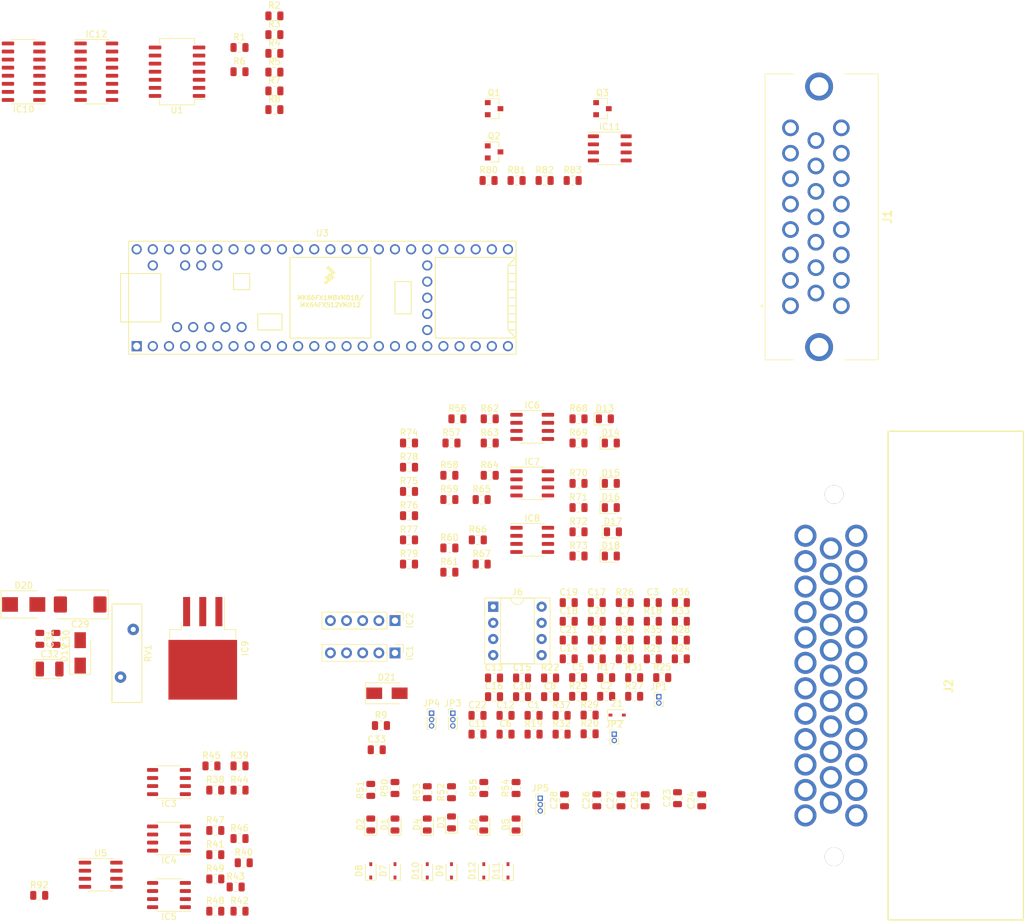
<source format=kicad_pcb>
(kicad_pcb (version 20171130) (host pcbnew "(5.1.6)-1")
  (layers (0 F.Cu signal) (31 B.Cu signal) (34 B.Paste user) (35 F.Paste user) (36 B.SilkS user) (37 F.SilkS user) (38 B.Mask user) (39 F.Mask user) (44 Edge.Cuts user))
  (net 0 "")
  (net 1 SensorGnd)
  (net 2 O2Sensor)
  (net 3 CPU-D25)
  (net 4 5V)
  (net 5 ADCClamp06)
  (net 6 ADCClamp03)
  (net 7 ADCClamp07)
  (net 8 TPSSensor)
  (net 9 ADCClamp04)
  (net 10 IATSensor)
  (net 11 CLTSensor)
  (net 12 FuelPressureSensor)
  (net 13 OilPressureSensor)
  (net 14 "Net-(C16-Pad1)")
  (net 15 ADCClamp08)
  (net 16 ADCClamp09)
  (net 17 ADCClamp10)
  (net 18 ADCClamp11)
  (net 19 ADCClamp01)
  (net 20 ADCClamp02)
  (net 21 PowerGnd)
  (net 22 IgnSourceV)
  (net 23 "Net-(C29-Pad1)")
  (net 24 "Net-(D1-Pad2)")
  (net 25 "Net-(D1-Pad1)")
  (net 26 "Net-(D2-Pad2)")
  (net 27 "Net-(D2-Pad1)")
  (net 28 "Net-(D3-Pad2)")
  (net 29 "Net-(D3-Pad1)")
  (net 30 "Net-(D4-Pad2)")
  (net 31 "Net-(D10-Pad2)")
  (net 32 "Net-(D5-Pad2)")
  (net 33 "Net-(D11-Pad2)")
  (net 34 "Net-(D6-Pad2)")
  (net 35 "Net-(D12-Pad2)")
  (net 36 Inj01-OUT)
  (net 37 Inj02-OUT)
  (net 38 Inj03-OUT)
  (net 39 Inj04-OUT)
  (net 40 Inj05-OUT)
  (net 41 Inj06-OUT)
  (net 42 "Net-(D13-Pad2)")
  (net 43 "Net-(D14-Pad2)")
  (net 44 "Net-(D15-Pad2)")
  (net 45 "Net-(D16-Pad2)")
  (net 46 "Net-(D17-Pad2)")
  (net 47 "Net-(D18-Pad2)")
  (net 48 12V)
  (net 49 "Net-(IC1-Pad1)")
  (net 50 "Net-(IC2-Pad1)")
  (net 51 "Net-(IC3-Pad4)")
  (net 52 "Net-(IC3-Pad2)")
  (net 53 "Net-(IC4-Pad4)")
  (net 54 "Net-(IC4-Pad2)")
  (net 55 "Net-(IC5-Pad4)")
  (net 56 "Net-(IC5-Pad2)")
  (net 57 "Net-(IC6-Pad5)")
  (net 58 "Net-(IC6-Pad4)")
  (net 59 "Net-(IC6-Pad7)")
  (net 60 "Net-(IC6-Pad2)")
  (net 61 "Net-(IC7-Pad5)")
  (net 62 "Net-(IC7-Pad4)")
  (net 63 "Net-(IC7-Pad7)")
  (net 64 "Net-(IC7-Pad2)")
  (net 65 "Net-(IC8-Pad5)")
  (net 66 "Net-(IC8-Pad4)")
  (net 67 "Net-(IC8-Pad7)")
  (net 68 "Net-(IC8-Pad2)")
  (net 69 IdlePWM-OUT)
  (net 70 CCPump-OUT)
  (net 71 "Net-(IC11-Pad4)")
  (net 72 "Net-(IC11-Pad2)")
  (net 73 3V3)
  (net 74 ADCClamp05)
  (net 75 ClutchSwitch)
  (net 76 CamSensor-)
  (net 77 CamSensor+)
  (net 78 CrankSensor-)
  (net 79 CrankSensor+)
  (net 80 Ign06-OUT)
  (net 81 Ign05-OUT)
  (net 82 Ign04-OUT)
  (net 83 Ign03-OUT)
  (net 84 Ign02-OUT)
  (net 85 Ign01-OUT)
  (net 86 Tacho-OUT)
  (net 87 Fan-OUT)
  (net 88 FuelPump-OUT)
  (net 89 BluetoothRx)
  (net 90 BluetoothTx)
  (net 91 "Net-(J6-Pad3)")
  (net 92 "Net-(J6-Pad2)")
  (net 93 "Net-(JP1-Pad1)")
  (net 94 "Net-(JP2-Pad1)")
  (net 95 "Net-(JP3-Pad1)")
  (net 96 "Net-(JP4-Pad1)")
  (net 97 CPU-D27)
  (net 98 CPU-D37)
  (net 99 CPU-D28)
  (net 100 "Net-(R1-Pad2)")
  (net 101 "Net-(R2-Pad2)")
  (net 102 "Net-(R5-Pad2)")
  (net 103 "Net-(R6-Pad2)")
  (net 104 CPU-D24)
  (net 105 CPU-D08)
  (net 106 CPU-D09)
  (net 107 CPU-D10)
  (net 108 CPU-D11)
  (net 109 CPU-D12)
  (net 110 CPU-D13)
  (net 111 CPU-D39)
  (net 112 CPU-D38)
  (net 113 CPU-D31)
  (net 114 CPU-D21)
  (net 115 CPU-D32)
  (net 116 CPU-D35)
  (net 117 CPU-D05)
  (net 118 CCPump-Signal)
  (net 119 "Net-(R92-Pad1)")
  (net 120 CPU-A3)
  (net 121 Barro-Signal-3.3V)
  (net 122 CPU-A2)
  (net 123 CPU-A8)
  (net 124 CAN-Tx)
  (net 125 CAN-Rx)
  (net 126 Reset)
  (net 127 CANH)
  (net 128 CANL)
  (module 776163-1:776163-1 (layer F.Cu) (at 262.89 161.29 90)
    (fp_text reference J2 (at 27.779 18.551 90) (layer F.SilkS) (effects (font (size 1.27 1.27) (thickness 0.254))))
    (fp_text value 776163-1 hide)
    (pad 37 thru_hole circle (at 57.95 0.5 90) (size 2.93 2.93) (drill 2.93) (layers *.Cu *.Mask))
    (pad 36 thru_hole circle (at 0.95 0.5 90) (size 2.93 2.93) (drill 2.93) (layers *.Cu *.Mask))
    (pad 35 thru_hole circle (at 51.45 4 90) (size 3.47 3.47) (drill 2.32) (layers *.Cu *.Mask) (net 21 PowerGnd))
    (pad 34 thru_hole circle (at 47.45 4 90) (size 3.47 3.47) (drill 2.32) (layers *.Cu *.Mask) (net 80 Ign06-OUT))
    (pad 33 thru_hole circle (at 43.45 4 90) (size 3.47 3.47) (drill 2.32) (layers *.Cu *.Mask) (net 81 Ign05-OUT))
    (pad 32 thru_hole circle (at 39.45 4 90) (size 3.47 3.47) (drill 2.32) (layers *.Cu *.Mask) (net 82 Ign04-OUT))
    (pad 31 thru_hole circle (at 35.45 4 90) (size 3.47 3.47) (drill 2.32) (layers *.Cu *.Mask) (net 83 Ign03-OUT))
    (pad 30 thru_hole circle (at 31.45 4 90) (size 3.47 3.47) (drill 2.32) (layers *.Cu *.Mask) (net 84 Ign02-OUT))
    (pad 29 thru_hole circle (at 27.45 4 90) (size 3.47 3.47) (drill 2.32) (layers *.Cu *.Mask) (net 85 Ign01-OUT))
    (pad 28 thru_hole circle (at 23.45 4 90) (size 3.47 3.47) (drill 2.32) (layers *.Cu *.Mask) (net 41 Inj06-OUT))
    (pad 27 thru_hole circle (at 19.45 4 90) (size 3.47 3.47) (drill 2.32) (layers *.Cu *.Mask) (net 40 Inj05-OUT))
    (pad 26 thru_hole circle (at 15.45 4 90) (size 3.47 3.47) (drill 2.32) (layers *.Cu *.Mask) (net 39 Inj04-OUT))
    (pad 25 thru_hole circle (at 11.45 4 90) (size 3.47 3.47) (drill 2.32) (layers *.Cu *.Mask) (net 38 Inj03-OUT))
    (pad 24 thru_hole circle (at 7.45 4 90) (size 3.47 3.47) (drill 2.32) (layers *.Cu *.Mask) (net 37 Inj02-OUT))
    (pad 23 thru_hole circle (at 49.45 0 90) (size 3.47 3.47) (drill 2.32) (layers *.Cu *.Mask) (net 36 Inj01-OUT))
    (pad 22 thru_hole circle (at 45.45 0 90) (size 3.47 3.47) (drill 2.32) (layers *.Cu *.Mask) (net 21 PowerGnd))
    (pad 21 thru_hole circle (at 41.45 0 90) (size 3.47 3.47) (drill 2.32) (layers *.Cu *.Mask) (net 75 ClutchSwitch))
    (pad 20 thru_hole circle (at 37.45 0 90) (size 3.47 3.47) (drill 2.32) (layers *.Cu *.Mask) (net 13 OilPressureSensor))
    (pad 19 thru_hole circle (at 33.45 0 90) (size 3.47 3.47) (drill 2.32) (layers *.Cu *.Mask) (net 12 FuelPressureSensor))
    (pad 18 thru_hole circle (at 29.45 0 90) (size 3.47 3.47) (drill 2.32) (layers *.Cu *.Mask) (net 4 5V))
    (pad 17 thru_hole circle (at 25.45 0 90) (size 3.47 3.47) (drill 2.32) (layers *.Cu *.Mask) (net 76 CamSensor-))
    (pad 16 thru_hole circle (at 21.45 0 90) (size 3.47 3.47) (drill 2.32) (layers *.Cu *.Mask) (net 77 CamSensor+))
    (pad 15 thru_hole circle (at 17.45 0 90) (size 3.47 3.47) (drill 2.32) (layers *.Cu *.Mask) (net 78 CrankSensor-))
    (pad 14 thru_hole circle (at 13.45 0 90) (size 3.47 3.47) (drill 2.32) (layers *.Cu *.Mask) (net 79 CrankSensor+))
    (pad 13 thru_hole circle (at 9.45 0 90) (size 3.47 3.47) (drill 2.32) (layers *.Cu *.Mask) (net 21 PowerGnd))
    (pad 12 thru_hole circle (at 51.45 -4 90) (size 3.47 3.47) (drill 2.32) (layers *.Cu *.Mask) (net 21 PowerGnd))
    (pad 11 thru_hole circle (at 47.45 -4 90) (size 3.47 3.47) (drill 2.32) (layers *.Cu *.Mask) (net 21 PowerGnd))
    (pad 10 thru_hole circle (at 43.45 -4 90) (size 3.47 3.47) (drill 2.32) (layers *.Cu *.Mask) (net 2 O2Sensor))
    (pad 9 thru_hole circle (at 39.45 -4 90) (size 3.47 3.47) (drill 2.32) (layers *.Cu *.Mask) (net 21 PowerGnd))
    (pad 8 thru_hole circle (at 35.45 -4 90) (size 3.47 3.47) (drill 2.32) (layers *.Cu *.Mask) (net 11 CLTSensor))
    (pad 7 thru_hole circle (at 31.45 -4 90) (size 3.47 3.47) (drill 2.32) (layers *.Cu *.Mask) (net 21 PowerGnd))
    (pad 6 thru_hole circle (at 27.45 -4 90) (size 3.47 3.47) (drill 2.32) (layers *.Cu *.Mask) (net 10 IATSensor))
    (pad 5 thru_hole circle (at 23.45 -4 90) (size 3.47 3.47) (drill 2.32) (layers *.Cu *.Mask) (net 21 PowerGnd))
    (pad 4 thru_hole circle (at 19.45 -4 90) (size 3.47 3.47) (drill 2.32) (layers *.Cu *.Mask) (net 8 TPSSensor))
    (pad 3 thru_hole circle (at 15.45 -4 90) (size 3.47 3.47) (drill 2.32) (layers *.Cu *.Mask) (net 21 PowerGnd))
    (pad 2 thru_hole circle (at 11.45 -4 90) (size 3.47 3.47) (drill 2.32) (layers *.Cu *.Mask) (net 3 CPU-D25))
    (pad 1 thru_hole circle (at 7.45 -4 90) (size 3.47 3.47) (drill 2.32) (layers *.Cu *.Mask) (net 73 3V3))
  )
  (module 776087-1:7760871 (layer F.Cu) (at 256.54 73.66 90)
    (fp_text reference J1 (at 14 15.25 90) (layer F.SilkS) (effects (font (size 1.27 1.27) (thickness 0.254))))
    (fp_text value 776087-1 hide)
    (pad MH2 thru_hole circle (at 34.5 4.5 90) (size 4.395 4.395) (drill 2.93) (layers *.Cu *.Mask))
    (pad MH1 thru_hole circle (at -6.5 4.5 90) (size 4.395 4.395) (drill 2.93) (layers *.Cu *.Mask))
    (pad 23 thru_hole circle (at 28 8 90) (size 2.625 2.625) (drill 1.75) (layers *.Cu *.Mask) (net 90 BluetoothTx))
    (pad 22 thru_hole circle (at 24 8 90) (size 2.625 2.625) (drill 1.75) (layers *.Cu *.Mask) (net 89 BluetoothRx))
    (pad 21 thru_hole circle (at 20 8 90) (size 2.625 2.625) (drill 1.75) (layers *.Cu *.Mask) (net 21 PowerGnd))
    (pad 20 thru_hole circle (at 16 8 90) (size 2.625 2.625) (drill 1.75) (layers *.Cu *.Mask) (net 73 3V3))
    (pad 19 thru_hole circle (at 12 8 90) (size 2.625 2.625) (drill 1.75) (layers *.Cu *.Mask) (net 4 5V))
    (pad 18 thru_hole circle (at 8 8 90) (size 2.625 2.625) (drill 1.75) (layers *.Cu *.Mask) (net 21 PowerGnd))
    (pad 17 thru_hole circle (at 4 8 90) (size 2.625 2.625) (drill 1.75) (layers *.Cu *.Mask) (net 21 PowerGnd))
    (pad 16 thru_hole circle (at 0 8 90) (size 2.625 2.625) (drill 1.75) (layers *.Cu *.Mask) (net 128 CANL))
    (pad 15 thru_hole circle (at 26 4 90) (size 2.625 2.625) (drill 1.75) (layers *.Cu *.Mask) (net 127 CANH))
    (pad 14 thru_hole circle (at 22 4 90) (size 2.625 2.625) (drill 1.75) (layers *.Cu *.Mask) (net 48 12V))
    (pad 13 thru_hole circle (at 18 4 90) (size 2.625 2.625) (drill 1.75) (layers *.Cu *.Mask))
    (pad 12 thru_hole circle (at 14 4 90) (size 2.625 2.625) (drill 1.75) (layers *.Cu *.Mask))
    (pad 11 thru_hole circle (at 10 4 90) (size 2.625 2.625) (drill 1.75) (layers *.Cu *.Mask) (net 4 5V))
    (pad 10 thru_hole circle (at 6 4 90) (size 2.625 2.625) (drill 1.75) (layers *.Cu *.Mask) (net 21 PowerGnd))
    (pad 9 thru_hole circle (at 2 4 90) (size 2.625 2.625) (drill 1.75) (layers *.Cu *.Mask) (net 21 PowerGnd))
    (pad 8 thru_hole circle (at 28 0 90) (size 2.625 2.625) (drill 1.75) (layers *.Cu *.Mask) (net 86 Tacho-OUT))
    (pad 7 thru_hole circle (at 24 0 90) (size 2.625 2.625) (drill 1.75) (layers *.Cu *.Mask))
    (pad 6 thru_hole circle (at 20 0 90) (size 2.625 2.625) (drill 1.75) (layers *.Cu *.Mask) (net 69 IdlePWM-OUT))
    (pad 5 thru_hole circle (at 16 0 90) (size 2.625 2.625) (drill 1.75) (layers *.Cu *.Mask) (net 87 Fan-OUT))
    (pad 4 thru_hole circle (at 12 0 90) (size 2.625 2.625) (drill 1.75) (layers *.Cu *.Mask) (net 88 FuelPump-OUT))
    (pad 3 thru_hole circle (at 8 0 90) (size 2.625 2.625) (drill 1.75) (layers *.Cu *.Mask) (net 21 PowerGnd))
    (pad 2 thru_hole circle (at 4 0 90) (size 2.625 2.625) (drill 1.75) (layers *.Cu *.Mask) (net 70 CCPump-OUT))
    (pad 1 thru_hole circle (at 0 0 90) (size 2.625 2.625) (drill 1.75) (layers *.Cu *.Mask))
  )
  (module Resistor_SMD:R_0805_2012Metric (layer F.Cu) (at 192.1025 139.7)
    (fp_text reference R9 (at 0 -1.65) (layer F.SilkS))
    (fp_text value 10K)
    (pad 2 smd roundrect (at 0.9375 0) (size 0.975 1.4) (layers F.Cu F.Paste F.Mask) (net 126 Reset))
    (pad 1 smd roundrect (at -0.9375 0) (size 0.975 1.4) (layers F.Cu F.Paste F.Mask) (net 4 5V))
  )
  (module Diode_SMD:D_SMA (layer F.Cu) (at 193.04 134.62)
    (fp_text reference D21 (at 0 -2.5) (layer F.SilkS))
    (fp_text value 1N5818)
    (pad 2 smd rect (at 2 0) (size 2.5 1.8) (layers F.Cu F.Paste F.Mask) (net 126 Reset))
    (pad 1 smd rect (at -2 0) (size 2.5 1.8) (layers F.Cu F.Paste F.Mask) (net 4 5V))
  )
  (module Capacitor_SMD:C_0805_2012Metric (layer F.Cu) (at 191.4375 143.51)
    (fp_text reference C33 (at 0 -1.65) (layer F.SilkS))
    (fp_text value 4.7nF)
    (pad 2 smd roundrect (at 0.9375 0) (size 0.975 1.4) (layers F.Cu F.Paste F.Mask) (net 21 PowerGnd))
    (pad 1 smd roundrect (at -0.9375 0) (size 0.975 1.4) (layers F.Cu F.Paste F.Mask) (net 126 Reset))
  )
  (module Resistor_SMD:R_0805_2012Metric (layer F.Cu) (at 169.8475 146.05)
    (fp_text reference R39 (at 0 -1.65) (layer F.SilkS))
    (fp_text value 100k)
    (pad 2 smd roundrect (at 0.9375 0) (size 0.975 1.4) (layers F.Cu F.Paste F.Mask) (net 21 PowerGnd))
    (pad 1 smd roundrect (at -0.9375 0) (size 0.975 1.4) (layers F.Cu F.Paste F.Mask) (net 106 CPU-D09))
  )
  (module Connector_PinHeader_2.54mm:PinHeader_1x05_P2.54mm_Vertical (layer F.Cu) (at 194.31 123.19 270)
    (fp_text reference IC2 (at 0 -2.33 90) (layer F.SilkS))
    (fp_text value MPX4250AP)
    (pad 5 thru_hole oval (at 0 10.16 270) (size 1.7 1.7) (drill 1) (layers *.Cu *.Mask))
    (pad 4 thru_hole oval (at 0 7.62 270) (size 1.7 1.7) (drill 1) (layers *.Cu *.Mask))
    (pad 3 thru_hole oval (at 0 5.08 270) (size 1.7 1.7) (drill 1) (layers *.Cu *.Mask) (net 4 5V))
    (pad 2 thru_hole oval (at 0 2.54 270) (size 1.7 1.7) (drill 1) (layers *.Cu *.Mask) (net 1 SensorGnd))
    (pad 1 thru_hole rect (at 0 0 270) (size 1.7 1.7) (drill 1) (layers *.Cu *.Mask) (net 50 "Net-(IC2-Pad1)"))
  )
  (module Connector_PinHeader_2.54mm:PinHeader_1x05_P2.54mm_Vertical (layer F.Cu) (at 194.31 128.27 270)
    (fp_text reference IC1 (at 0 -2.33 90) (layer F.SilkS))
    (fp_text value MPX4250AP hide)
    (pad 5 thru_hole oval (at 0 10.16 270) (size 1.7 1.7) (drill 1) (layers *.Cu *.Mask))
    (pad 4 thru_hole oval (at 0 7.62 270) (size 1.7 1.7) (drill 1) (layers *.Cu *.Mask))
    (pad 3 thru_hole oval (at 0 5.08 270) (size 1.7 1.7) (drill 1) (layers *.Cu *.Mask) (net 4 5V))
    (pad 2 thru_hole oval (at 0 2.54 270) (size 1.7 1.7) (drill 1) (layers *.Cu *.Mask) (net 1 SensorGnd))
    (pad 1 thru_hole rect (at 0 0 270) (size 1.7 1.7) (drill 1) (layers *.Cu *.Mask) (net 49 "Net-(IC1-Pad1)"))
  )
  (module Package_TO_SOT_SMD:SOT-23 (layer F.Cu) (at 209.905001 49.445001)
    (fp_text reference Q2 (at 0 -2.5) (layer F.SilkS))
    (fp_text value SSM3K357R,LF)
    (pad 3 smd rect (at 1 0) (size 0.9 0.8) (layers F.Cu F.Paste F.Mask) (net 21 PowerGnd))
    (pad 2 smd rect (at -1 0.95) (size 0.9 0.8) (layers F.Cu F.Paste F.Mask) (net 88 FuelPump-OUT))
    (pad 1 smd rect (at -1 -0.95) (size 0.9 0.8) (layers F.Cu F.Paste F.Mask) (net 98 CPU-D37))
  )
  (module Package_TO_SOT_SMD:SOT-23 (layer F.Cu) (at 226.955001 42.645001)
    (fp_text reference Q3 (at 0 -2.5) (layer F.SilkS))
    (fp_text value SSM3K357R,LF)
    (pad 3 smd rect (at 1 0) (size 0.9 0.8) (layers F.Cu F.Paste F.Mask) (net 21 PowerGnd))
    (pad 2 smd rect (at -1 0.95) (size 0.9 0.8) (layers F.Cu F.Paste F.Mask) (net 86 Tacho-OUT))
    (pad 1 smd rect (at -1 -0.95) (size 0.9 0.8) (layers F.Cu F.Paste F.Mask) (net 99 CPU-D28))
  )
  (module Package_TO_SOT_SMD:SOT-23 (layer F.Cu) (at 209.905001 42.645001)
    (fp_text reference Q1 (at 0 -2.5) (layer F.SilkS))
    (fp_text value SSM3K357R,LF)
    (pad 3 smd rect (at 1 0) (size 0.9 0.8) (layers F.Cu F.Paste F.Mask) (net 21 PowerGnd))
    (pad 2 smd rect (at -1 0.95) (size 0.9 0.8) (layers F.Cu F.Paste F.Mask) (net 87 Fan-OUT))
    (pad 1 smd rect (at -1 -0.95) (size 0.9 0.8) (layers F.Cu F.Paste F.Mask) (net 97 CPU-D27))
  )
  (module Package_SO:SO-14_5.3x10.2mm_P1.27mm (layer F.Cu) (at 160.02 36.83 180)
    (fp_text reference U1 (at 0 -6.05) (layer F.SilkS))
    (fp_text value LMV324)
    (pad 14 smd roundrect (at 3.4625 -3.81 180) (size 1.975 0.6) (layers F.Cu F.Paste F.Mask) (net 120 CPU-A3))
    (pad 13 smd roundrect (at 3.4625 -2.54 180) (size 1.975 0.6) (layers F.Cu F.Paste F.Mask) (net 120 CPU-A3))
    (pad 12 smd roundrect (at 3.4625 -1.27 180) (size 1.975 0.6) (layers F.Cu F.Paste F.Mask) (net 100 "Net-(R1-Pad2)"))
    (pad 11 smd roundrect (at 3.4625 0 180) (size 1.975 0.6) (layers F.Cu F.Paste F.Mask) (net 21 PowerGnd))
    (pad 10 smd roundrect (at 3.4625 1.27 180) (size 1.975 0.6) (layers F.Cu F.Paste F.Mask) (net 103 "Net-(R6-Pad2)"))
    (pad 9 smd roundrect (at 3.4625 2.54 180) (size 1.975 0.6) (layers F.Cu F.Paste F.Mask) (net 122 CPU-A2))
    (pad 8 smd roundrect (at 3.4625 3.81 180) (size 1.975 0.6) (layers F.Cu F.Paste F.Mask) (net 122 CPU-A2))
    (pad 7 smd roundrect (at -3.4625 3.81 180) (size 1.975 0.6) (layers F.Cu F.Paste F.Mask) (net 121 Barro-Signal-3.3V))
    (pad 6 smd roundrect (at -3.4625 2.54 180) (size 1.975 0.6) (layers F.Cu F.Paste F.Mask) (net 121 Barro-Signal-3.3V))
    (pad 5 smd roundrect (at -3.4625 1.27 180) (size 1.975 0.6) (layers F.Cu F.Paste F.Mask) (net 101 "Net-(R2-Pad2)"))
    (pad 4 smd roundrect (at -3.4625 0 180) (size 1.975 0.6) (layers F.Cu F.Paste F.Mask) (net 73 3V3))
    (pad 3 smd roundrect (at -3.4625 -1.27 180) (size 1.975 0.6) (layers F.Cu F.Paste F.Mask) (net 102 "Net-(R5-Pad2)"))
    (pad 2 smd roundrect (at -3.4625 -2.54 180) (size 1.975 0.6) (layers F.Cu F.Paste F.Mask) (net 123 CPU-A8))
    (pad 1 smd roundrect (at -3.4625 -3.81 180) (size 1.975 0.6) (layers F.Cu F.Paste F.Mask) (net 123 CPU-A8))
  )
  (module Package_SO:SOIC-16_3.9x9.9mm_P1.27mm (layer F.Cu) (at 147.32 36.83)
    (fp_text reference IC12 (at 0 -5.9) (layer F.SilkS))
    (fp_text value SP720APP)
    (pad 16 smd roundrect (at 2.475 -4.445) (size 1.95 0.6) (layers F.Cu F.Paste F.Mask) (net 73 3V3))
    (pad 15 smd roundrect (at 2.475 -3.175) (size 1.95 0.6) (layers F.Cu F.Paste F.Mask))
    (pad 14 smd roundrect (at 2.475 -1.905) (size 1.95 0.6) (layers F.Cu F.Paste F.Mask))
    (pad 13 smd roundrect (at 2.475 -0.635) (size 1.95 0.6) (layers F.Cu F.Paste F.Mask))
    (pad 12 smd roundrect (at 2.475 0.635) (size 1.95 0.6) (layers F.Cu F.Paste F.Mask))
    (pad 11 smd roundrect (at 2.475 1.905) (size 1.95 0.6) (layers F.Cu F.Paste F.Mask))
    (pad 10 smd roundrect (at 2.475 3.175) (size 1.95 0.6) (layers F.Cu F.Paste F.Mask))
    (pad 9 smd roundrect (at 2.475 4.445) (size 1.95 0.6) (layers F.Cu F.Paste F.Mask) (net 16 ADCClamp09))
    (pad 8 smd roundrect (at -2.475 4.445) (size 1.95 0.6) (layers F.Cu F.Paste F.Mask) (net 21 PowerGnd))
    (pad 7 smd roundrect (at -2.475 3.175) (size 1.95 0.6) (layers F.Cu F.Paste F.Mask))
    (pad 6 smd roundrect (at -2.475 1.905) (size 1.95 0.6) (layers F.Cu F.Paste F.Mask))
    (pad 5 smd roundrect (at -2.475 0.635) (size 1.95 0.6) (layers F.Cu F.Paste F.Mask))
    (pad 4 smd roundrect (at -2.475 -0.635) (size 1.95 0.6) (layers F.Cu F.Paste F.Mask))
    (pad 3 smd roundrect (at -2.475 -1.905) (size 1.95 0.6) (layers F.Cu F.Paste F.Mask) (net 17 ADCClamp10))
    (pad 2 smd roundrect (at -2.475 -3.175) (size 1.95 0.6) (layers F.Cu F.Paste F.Mask) (net 18 ADCClamp11))
    (pad 1 smd roundrect (at -2.475 -4.445) (size 1.95 0.6) (layers F.Cu F.Paste F.Mask) (net 74 ADCClamp05))
  )
  (module Package_SO:SOIC-16_3.9x9.9mm_P1.27mm (layer F.Cu) (at 135.89 36.83 180)
    (fp_text reference IC10 (at 0 -5.9) (layer F.SilkS))
    (fp_text value SP720APP)
    (pad 16 smd roundrect (at 2.475 -4.445 180) (size 1.95 0.6) (layers F.Cu F.Paste F.Mask) (net 4 5V))
    (pad 15 smd roundrect (at 2.475 -3.175 180) (size 1.95 0.6) (layers F.Cu F.Paste F.Mask))
    (pad 14 smd roundrect (at 2.475 -1.905 180) (size 1.95 0.6) (layers F.Cu F.Paste F.Mask))
    (pad 13 smd roundrect (at 2.475 -0.635 180) (size 1.95 0.6) (layers F.Cu F.Paste F.Mask))
    (pad 12 smd roundrect (at 2.475 0.635 180) (size 1.95 0.6) (layers F.Cu F.Paste F.Mask))
    (pad 11 smd roundrect (at 2.475 1.905 180) (size 1.95 0.6) (layers F.Cu F.Paste F.Mask))
    (pad 10 smd roundrect (at 2.475 3.175 180) (size 1.95 0.6) (layers F.Cu F.Paste F.Mask))
    (pad 9 smd roundrect (at 2.475 4.445 180) (size 1.95 0.6) (layers F.Cu F.Paste F.Mask))
    (pad 8 smd roundrect (at -2.475 4.445 180) (size 1.95 0.6) (layers F.Cu F.Paste F.Mask) (net 21 PowerGnd))
    (pad 7 smd roundrect (at -2.475 3.175 180) (size 1.95 0.6) (layers F.Cu F.Paste F.Mask) (net 7 ADCClamp07))
    (pad 6 smd roundrect (at -2.475 1.905 180) (size 1.95 0.6) (layers F.Cu F.Paste F.Mask) (net 5 ADCClamp06))
    (pad 5 smd roundrect (at -2.475 0.635 180) (size 1.95 0.6) (layers F.Cu F.Paste F.Mask) (net 15 ADCClamp08))
    (pad 4 smd roundrect (at -2.475 -0.635 180) (size 1.95 0.6) (layers F.Cu F.Paste F.Mask) (net 9 ADCClamp04))
    (pad 3 smd roundrect (at -2.475 -1.905 180) (size 1.95 0.6) (layers F.Cu F.Paste F.Mask) (net 6 ADCClamp03))
    (pad 2 smd roundrect (at -2.475 -3.175 180) (size 1.95 0.6) (layers F.Cu F.Paste F.Mask) (net 20 ADCClamp02))
    (pad 1 smd roundrect (at -2.475 -4.445 180) (size 1.95 0.6) (layers F.Cu F.Paste F.Mask) (net 19 ADCClamp01))
  )
  (module Package_SO:SOIC-8_3.9x4.9mm_P1.27mm (layer F.Cu) (at 215.9 101.6)
    (fp_text reference IC7 (at 0 -3.4) (layer F.SilkS))
    (fp_text value TC4424EPA)
    (pad 8 smd roundrect (at 2.475 -1.905) (size 1.95 0.6) (layers F.Cu F.Paste F.Mask))
    (pad 7 smd roundrect (at 2.475 -0.635) (size 1.95 0.6) (layers F.Cu F.Paste F.Mask) (net 63 "Net-(IC7-Pad7)"))
    (pad 6 smd roundrect (at 2.475 0.635) (size 1.95 0.6) (layers F.Cu F.Paste F.Mask) (net 22 IgnSourceV))
    (pad 5 smd roundrect (at 2.475 1.905) (size 1.95 0.6) (layers F.Cu F.Paste F.Mask) (net 61 "Net-(IC7-Pad5)"))
    (pad 4 smd roundrect (at -2.475 1.905) (size 1.95 0.6) (layers F.Cu F.Paste F.Mask) (net 62 "Net-(IC7-Pad4)"))
    (pad 3 smd roundrect (at -2.475 0.635) (size 1.95 0.6) (layers F.Cu F.Paste F.Mask) (net 21 PowerGnd))
    (pad 2 smd roundrect (at -2.475 -0.635) (size 1.95 0.6) (layers F.Cu F.Paste F.Mask) (net 64 "Net-(IC7-Pad2)"))
    (pad 1 smd roundrect (at -2.475 -1.905) (size 1.95 0.6) (layers F.Cu F.Paste F.Mask))
  )
  (module Package_SO:SOIC-8_3.9x4.9mm_P1.27mm (layer F.Cu) (at 215.9 92.71)
    (fp_text reference IC6 (at 0 -3.4) (layer F.SilkS))
    (fp_text value TC4424EPA)
    (pad 8 smd roundrect (at 2.475 -1.905) (size 1.95 0.6) (layers F.Cu F.Paste F.Mask))
    (pad 7 smd roundrect (at 2.475 -0.635) (size 1.95 0.6) (layers F.Cu F.Paste F.Mask) (net 59 "Net-(IC6-Pad7)"))
    (pad 6 smd roundrect (at 2.475 0.635) (size 1.95 0.6) (layers F.Cu F.Paste F.Mask) (net 22 IgnSourceV))
    (pad 5 smd roundrect (at 2.475 1.905) (size 1.95 0.6) (layers F.Cu F.Paste F.Mask) (net 57 "Net-(IC6-Pad5)"))
    (pad 4 smd roundrect (at -2.475 1.905) (size 1.95 0.6) (layers F.Cu F.Paste F.Mask) (net 58 "Net-(IC6-Pad4)"))
    (pad 3 smd roundrect (at -2.475 0.635) (size 1.95 0.6) (layers F.Cu F.Paste F.Mask) (net 21 PowerGnd))
    (pad 2 smd roundrect (at -2.475 -0.635) (size 1.95 0.6) (layers F.Cu F.Paste F.Mask) (net 60 "Net-(IC6-Pad2)"))
    (pad 1 smd roundrect (at -2.475 -1.905) (size 1.95 0.6) (layers F.Cu F.Paste F.Mask))
  )
  (module Package_SO:SOIC-8_3.9x4.9mm_P1.27mm (layer F.Cu) (at 215.9 110.49)
    (fp_text reference IC8 (at 0 -3.4) (layer F.SilkS))
    (fp_text value TC4424EPA)
    (pad 8 smd roundrect (at 2.475 -1.905) (size 1.95 0.6) (layers F.Cu F.Paste F.Mask))
    (pad 7 smd roundrect (at 2.475 -0.635) (size 1.95 0.6) (layers F.Cu F.Paste F.Mask) (net 67 "Net-(IC8-Pad7)"))
    (pad 6 smd roundrect (at 2.475 0.635) (size 1.95 0.6) (layers F.Cu F.Paste F.Mask) (net 22 IgnSourceV))
    (pad 5 smd roundrect (at 2.475 1.905) (size 1.95 0.6) (layers F.Cu F.Paste F.Mask) (net 65 "Net-(IC8-Pad5)"))
    (pad 4 smd roundrect (at -2.475 1.905) (size 1.95 0.6) (layers F.Cu F.Paste F.Mask) (net 66 "Net-(IC8-Pad4)"))
    (pad 3 smd roundrect (at -2.475 0.635) (size 1.95 0.6) (layers F.Cu F.Paste F.Mask) (net 21 PowerGnd))
    (pad 2 smd roundrect (at -2.475 -0.635) (size 1.95 0.6) (layers F.Cu F.Paste F.Mask) (net 68 "Net-(IC8-Pad2)"))
    (pad 1 smd roundrect (at -2.475 -1.905) (size 1.95 0.6) (layers F.Cu F.Paste F.Mask))
  )
  (module Package_TO_SOT_SMD:TO-263-3_TabPin2 (layer F.Cu) (at 164.065 127.55 270)
    (fp_text reference IC9 (at 0 -6.65 90) (layer F.SilkS))
    (fp_text value LM2940T-5.0_NOPB)
    (pad 2 smd rect (at 3.375 0 270) (size 9.4 10.8) (layers F.Cu F.Mask) (net 21 PowerGnd))
    (pad 3 smd rect (at -5.775 2.54 270) (size 4.6 1.1) (layers F.Cu F.Paste F.Mask) (net 4 5V))
    (pad 2 smd rect (at -5.775 0 270) (size 4.6 1.1) (layers F.Cu F.Paste F.Mask) (net 21 PowerGnd))
    (pad 1 smd rect (at -5.775 -2.54 270) (size 4.6 1.1) (layers F.Cu F.Paste F.Mask) (net 23 "Net-(C29-Pad1)"))
  )
  (module Diode_SMD:D_SOD-323 (layer F.Cu) (at 229.265001 138.055001)
    (fp_text reference Z1 (at 0 -1.85) (layer F.SilkS))
    (fp_text value MM3Z5V1ST1G)
    (pad 2 smd rect (at 1.05 0) (size 0.6 0.45) (layers F.Cu F.Paste F.Mask) (net 1 SensorGnd))
    (pad 1 smd rect (at -1.05 0) (size 0.6 0.45) (layers F.Cu F.Paste F.Mask) (net 104 CPU-D24))
  )
  (module Package_SO:SOIC-8_3.9x4.9mm_P1.27mm (layer F.Cu) (at 148.005001 163.175001)
    (fp_text reference U5 (at 0 -3.4) (layer F.SilkS))
    (fp_text value SN65HVD230)
    (pad 8 smd roundrect (at 2.475 -1.905) (size 1.95 0.6) (layers F.Cu F.Paste F.Mask) (net 119 "Net-(R92-Pad1)"))
    (pad 7 smd roundrect (at 2.475 -0.635) (size 1.95 0.6) (layers F.Cu F.Paste F.Mask) (net 127 CANH))
    (pad 6 smd roundrect (at 2.475 0.635) (size 1.95 0.6) (layers F.Cu F.Paste F.Mask) (net 128 CANL))
    (pad 5 smd roundrect (at 2.475 1.905) (size 1.95 0.6) (layers F.Cu F.Paste F.Mask))
    (pad 4 smd roundrect (at -2.475 1.905) (size 1.95 0.6) (layers F.Cu F.Paste F.Mask) (net 125 CAN-Rx))
    (pad 3 smd roundrect (at -2.475 0.635) (size 1.95 0.6) (layers F.Cu F.Paste F.Mask) (net 73 3V3))
    (pad 2 smd roundrect (at -2.475 -0.635) (size 1.95 0.6) (layers F.Cu F.Paste F.Mask) (net 21 PowerGnd))
    (pad 1 smd roundrect (at -2.475 -1.905) (size 1.95 0.6) (layers F.Cu F.Paste F.Mask) (net 124 CAN-Tx))
  )
  (module Teensy:Teensy35_36 (layer F.Cu) (at 182.88 72.39)
    (fp_text reference U3 (at 0 -10.16) (layer F.SilkS))
    (fp_text value "Teensy 3.5")
    (fp_text user MK64FX512VMD12 (at 1.27 1.143) (layer F.SilkS) (effects (font (size 0.7 0.7))))
    (fp_text user MK66FX1MBVMD18/ (at 1.27 0) (layer F.SilkS) (effects (font (size 0.7 0.7))))
    (pad 62 thru_hole circle (at -12.7 4.62) (size 1.6 1.6) (drill 1.1) (layers *.Cu *.Mask))
    (pad 61 thru_hole circle (at -15.24 4.62) (size 1.6 1.6) (drill 1.1) (layers *.Cu *.Mask) (net 21 PowerGnd))
    (pad 60 thru_hole circle (at -17.78 4.62) (size 1.6 1.6) (drill 1.1) (layers *.Cu *.Mask) (net 21 PowerGnd))
    (pad 59 thru_hole circle (at -20.32 4.62) (size 1.6 1.6) (drill 1.1) (layers *.Cu *.Mask))
    (pad 58 thru_hole circle (at -22.86 4.62) (size 1.6 1.6) (drill 1.1) (layers *.Cu *.Mask))
    (pad 57 thru_hole circle (at -16.51 -5.08) (size 1.6 1.6) (drill 1.1) (layers *.Cu *.Mask) (net 18 ADCClamp11))
    (pad 56 thru_hole circle (at -19.05 -5.08) (size 1.6 1.6) (drill 1.1) (layers *.Cu *.Mask) (net 17 ADCClamp10))
    (pad 55 thru_hole circle (at -21.59 -5.08) (size 1.6 1.6) (drill 1.1) (layers *.Cu *.Mask))
    (pad 54 thru_hole circle (at -26.67 -5.08) (size 1.6 1.6) (drill 1.1) (layers *.Cu *.Mask))
    (pad 53 thru_hole circle (at -29.21 -7.62) (size 1.6 1.6) (drill 1.1) (layers *.Cu *.Mask) (net 4 5V))
    (pad 52 thru_hole circle (at -26.67 -7.62) (size 1.6 1.6) (drill 1.1) (layers *.Cu *.Mask) (net 21 PowerGnd))
    (pad 51 thru_hole circle (at -24.13 -7.62) (size 1.6 1.6) (drill 1.1) (layers *.Cu *.Mask))
    (pad 50 thru_hole circle (at -21.59 -7.62) (size 1.6 1.6) (drill 1.1) (layers *.Cu *.Mask) (net 19 ADCClamp01))
    (pad 49 thru_hole circle (at -19.05 -7.62) (size 1.6 1.6) (drill 1.1) (layers *.Cu *.Mask) (net 123 CPU-A8))
    (pad 48 thru_hole circle (at -16.51 -7.62) (size 1.6 1.6) (drill 1.1) (layers *.Cu *.Mask) (net 114 CPU-D21))
    (pad 47 thru_hole circle (at -13.97 -7.62) (size 1.6 1.6) (drill 1.1) (layers *.Cu *.Mask))
    (pad 46 thru_hole circle (at -11.43 -7.62) (size 1.6 1.6) (drill 1.1) (layers *.Cu *.Mask) (net 121 Barro-Signal-3.3V))
    (pad 45 thru_hole circle (at -8.89 -7.62) (size 1.6 1.6) (drill 1.1) (layers *.Cu *.Mask) (net 74 ADCClamp05))
    (pad 44 thru_hole circle (at -6.35 -7.62) (size 1.6 1.6) (drill 1.1) (layers *.Cu *.Mask) (net 120 CPU-A3))
    (pad 43 thru_hole circle (at -3.81 -7.62) (size 1.6 1.6) (drill 1.1) (layers *.Cu *.Mask) (net 122 CPU-A2))
    (pad 42 thru_hole circle (at -1.27 -7.62) (size 1.6 1.6) (drill 1.1) (layers *.Cu *.Mask) (net 16 ADCClamp09))
    (pad 41 thru_hole circle (at 1.27 -7.62) (size 1.6 1.6) (drill 1.1) (layers *.Cu *.Mask) (net 15 ADCClamp08))
    (pad 40 thru_hole circle (at 3.81 -7.62) (size 1.6 1.6) (drill 1.1) (layers *.Cu *.Mask) (net 110 CPU-D13))
    (pad 39 thru_hole circle (at 6.35 -7.62) (size 1.6 1.6) (drill 1.1) (layers *.Cu *.Mask) (net 21 PowerGnd))
    (pad 38 thru_hole circle (at 8.89 -7.62) (size 1.6 1.6) (drill 1.1) (layers *.Cu *.Mask))
    (pad 1 thru_hole rect (at -29.21 7.62) (size 1.6 1.6) (drill 1.1) (layers *.Cu *.Mask) (net 21 PowerGnd))
    (pad 2 thru_hole circle (at -26.67 7.62) (size 1.6 1.6) (drill 1.1) (layers *.Cu *.Mask) (net 90 BluetoothTx))
    (pad 3 thru_hole circle (at -24.13 7.62) (size 1.6 1.6) (drill 1.1) (layers *.Cu *.Mask) (net 89 BluetoothRx))
    (pad 4 thru_hole circle (at -21.59 7.62) (size 1.6 1.6) (drill 1.1) (layers *.Cu *.Mask))
    (pad 5 thru_hole circle (at -19.05 7.62) (size 1.6 1.6) (drill 1.1) (layers *.Cu *.Mask) (net 124 CAN-Tx))
    (pad 6 thru_hole circle (at -16.51 7.62) (size 1.6 1.6) (drill 1.1) (layers *.Cu *.Mask) (net 125 CAN-Rx))
    (pad 7 thru_hole circle (at -13.97 7.62) (size 1.6 1.6) (drill 1.1) (layers *.Cu *.Mask) (net 117 CPU-D05))
    (pad 8 thru_hole circle (at -11.43 7.62) (size 1.6 1.6) (drill 1.1) (layers *.Cu *.Mask))
    (pad 9 thru_hole circle (at -8.89 7.62) (size 1.6 1.6) (drill 1.1) (layers *.Cu *.Mask))
    (pad 10 thru_hole circle (at -6.35 7.62) (size 1.6 1.6) (drill 1.1) (layers *.Cu *.Mask) (net 105 CPU-D08))
    (pad 11 thru_hole circle (at -3.81 7.62) (size 1.6 1.6) (drill 1.1) (layers *.Cu *.Mask) (net 106 CPU-D09))
    (pad 12 thru_hole circle (at -1.27 7.62) (size 1.6 1.6) (drill 1.1) (layers *.Cu *.Mask) (net 107 CPU-D10))
    (pad 13 thru_hole circle (at 1.27 7.62) (size 1.6 1.6) (drill 1.1) (layers *.Cu *.Mask) (net 108 CPU-D11))
    (pad 37 thru_hole circle (at 11.43 -7.62) (size 1.6 1.6) (drill 1.1) (layers *.Cu *.Mask))
    (pad 36 thru_hole circle (at 13.97 -7.62) (size 1.6 1.6) (drill 1.1) (layers *.Cu *.Mask) (net 111 CPU-D39))
    (pad 35 thru_hole circle (at 16.51 -7.62) (size 1.6 1.6) (drill 1.1) (layers *.Cu *.Mask) (net 112 CPU-D38))
    (pad 34 thru_hole circle (at 19.05 -7.62) (size 1.6 1.6) (drill 1.1) (layers *.Cu *.Mask) (net 98 CPU-D37))
    (pad 33 thru_hole circle (at 21.59 -7.62) (size 1.6 1.6) (drill 1.1) (layers *.Cu *.Mask) (net 20 ADCClamp02))
    (pad 32 thru_hole circle (at 24.13 -7.62) (size 1.6 1.6) (drill 1.1) (layers *.Cu *.Mask) (net 116 CPU-D35))
    (pad 31 thru_hole circle (at 26.67 -7.62) (size 1.6 1.6) (drill 1.1) (layers *.Cu *.Mask))
    (pad 30 thru_hole circle (at 29.21 -7.62) (size 1.6 1.6) (drill 1.1) (layers *.Cu *.Mask))
    (pad 29 thru_hole circle (at 16.51 -5.08) (size 1.6 1.6) (drill 1.1) (layers *.Cu *.Mask) (net 126 Reset))
    (pad 28 thru_hole circle (at 16.51 -2.54) (size 1.6 1.6) (drill 1.1) (layers *.Cu *.Mask))
    (pad 27 thru_hole circle (at 16.51 0) (size 1.6 1.6) (drill 1.1) (layers *.Cu *.Mask) (net 21 PowerGnd))
    (pad 26 thru_hole circle (at 16.51 2.54) (size 1.6 1.6) (drill 1.1) (layers *.Cu *.Mask) (net 73 3V3))
    (pad 25 thru_hole circle (at 16.51 5.08) (size 1.6 1.6) (drill 1.1) (layers *.Cu *.Mask))
    (pad 24 thru_hole circle (at 29.21 7.62) (size 1.6 1.6) (drill 1.1) (layers *.Cu *.Mask) (net 115 CPU-D32))
    (pad 23 thru_hole circle (at 26.67 7.62) (size 1.6 1.6) (drill 1.1) (layers *.Cu *.Mask) (net 113 CPU-D31))
    (pad 22 thru_hole circle (at 24.13 7.62) (size 1.6 1.6) (drill 1.1) (layers *.Cu *.Mask))
    (pad 21 thru_hole circle (at 21.59 7.62) (size 1.6 1.6) (drill 1.1) (layers *.Cu *.Mask) (net 118 CCPump-Signal))
    (pad 14 thru_hole circle (at 3.81 7.62) (size 1.6 1.6) (drill 1.1) (layers *.Cu *.Mask) (net 109 CPU-D12))
    (pad 15 thru_hole circle (at 6.35 7.62) (size 1.6 1.6) (drill 1.1) (layers *.Cu *.Mask) (net 73 3V3))
    (pad 16 thru_hole circle (at 8.89 7.62) (size 1.6 1.6) (drill 1.1) (layers *.Cu *.Mask) (net 104 CPU-D24))
    (pad 20 thru_hole circle (at 19.05 7.62) (size 1.6 1.6) (drill 1.1) (layers *.Cu *.Mask) (net 99 CPU-D28))
    (pad 19 thru_hole circle (at 16.51 7.62) (size 1.6 1.6) (drill 1.1) (layers *.Cu *.Mask) (net 97 CPU-D27))
    (pad 18 thru_hole circle (at 13.97 7.62) (size 1.6 1.6) (drill 1.1) (layers *.Cu *.Mask))
    (pad 17 thru_hole circle (at 11.43 7.62) (size 1.6 1.6) (drill 1.1) (layers *.Cu *.Mask) (net 3 CPU-D25))
  )
  (module Varistor:RV_Disc_D15.5mm_W4.7mm_P7.5mm (layer F.Cu) (at 151.13 132.08 90)
    (fp_text reference RV1 (at 3.75 4.35 90) (layer F.SilkS))
    (fp_text value ERZV14D220 hide)
    (pad 2 thru_hole circle (at 7.5 2 90) (size 1.8 1.8) (drill 0.8) (layers *.Cu *.Mask) (net 21 PowerGnd))
    (pad 1 thru_hole circle (at 0 0 90) (size 1.8 1.8) (drill 0.8) (layers *.Cu *.Mask) (net 48 12V))
  )
  (module Resistor_SMD:R_0805_2012Metric (layer F.Cu) (at 138.335001 166.425001)
    (fp_text reference R92 (at 0 -1.65) (layer F.SilkS))
    (fp_text value 10K)
    (pad 2 smd roundrect (at 0.9375 0) (size 0.975 1.4) (layers F.Cu F.Paste F.Mask) (net 21 PowerGnd))
    (pad 1 smd roundrect (at -0.9375 0) (size 0.975 1.4) (layers F.Cu F.Paste F.Mask) (net 119 "Net-(R92-Pad1)"))
  )
  (module Resistor_SMD:R_0805_2012Metric (layer F.Cu) (at 222.265001 53.945001)
    (fp_text reference R83 (at 0 -1.65) (layer F.SilkS))
    (fp_text value 1k)
    (pad 2 smd roundrect (at 0.9375 0) (size 0.975 1.4) (layers F.Cu F.Paste F.Mask) (net 71 "Net-(IC11-Pad4)"))
    (pad 1 smd roundrect (at -0.9375 0) (size 0.975 1.4) (layers F.Cu F.Paste F.Mask) (net 118 CCPump-Signal))
  )
  (module Resistor_SMD:R_0805_2012Metric (layer F.Cu) (at 217.855001 53.945001)
    (fp_text reference R82 (at 0 -1.65) (layer F.SilkS))
    (fp_text value 1k)
    (pad 2 smd roundrect (at 0.9375 0) (size 0.975 1.4) (layers F.Cu F.Paste F.Mask) (net 72 "Net-(IC11-Pad2)"))
    (pad 1 smd roundrect (at -0.9375 0) (size 0.975 1.4) (layers F.Cu F.Paste F.Mask) (net 117 CPU-D05))
  )
  (module Resistor_SMD:R_0805_2012Metric (layer F.Cu) (at 213.445001 53.945001)
    (fp_text reference R81 (at 0 -1.65) (layer F.SilkS))
    (fp_text value 100k)
    (pad 2 smd roundrect (at 0.9375 0) (size 0.975 1.4) (layers F.Cu F.Paste F.Mask) (net 21 PowerGnd))
    (pad 1 smd roundrect (at -0.9375 0) (size 0.975 1.4) (layers F.Cu F.Paste F.Mask) (net 118 CCPump-Signal))
  )
  (module Resistor_SMD:R_0805_2012Metric (layer F.Cu) (at 209.035001 53.945001)
    (fp_text reference R80 (at 0 -1.65) (layer F.SilkS))
    (fp_text value 100k)
    (pad 2 smd roundrect (at 0.9375 0) (size 0.975 1.4) (layers F.Cu F.Paste F.Mask) (net 117 CPU-D05))
    (pad 1 smd roundrect (at -0.9375 0) (size 0.975 1.4) (layers F.Cu F.Paste F.Mask) (net 21 PowerGnd))
  )
  (module Resistor_SMD:R_0805_2012Metric (layer F.Cu) (at 196.5175 114.3)
    (fp_text reference R79 (at 0 -1.65) (layer F.SilkS))
    (fp_text value 10R)
    (pad 2 smd roundrect (at 0.9375 0) (size 0.975 1.4) (layers F.Cu F.Paste F.Mask) (net 80 Ign06-OUT))
    (pad 1 smd roundrect (at -0.9375 0) (size 0.975 1.4) (layers F.Cu F.Paste F.Mask) (net 65 "Net-(IC8-Pad5)"))
  )
  (module Resistor_SMD:R_0805_2012Metric (layer F.Cu) (at 196.5175 99.06)
    (fp_text reference R78 (at 0 -1.65) (layer F.SilkS))
    (fp_text value 10R)
    (pad 2 smd roundrect (at 0.9375 0) (size 0.975 1.4) (layers F.Cu F.Paste F.Mask) (net 81 Ign05-OUT))
    (pad 1 smd roundrect (at -0.9375 0) (size 0.975 1.4) (layers F.Cu F.Paste F.Mask) (net 67 "Net-(IC8-Pad7)"))
  )
  (module Resistor_SMD:R_0805_2012Metric (layer F.Cu) (at 196.5175 110.49)
    (fp_text reference R77 (at 0 -1.65) (layer F.SilkS))
    (fp_text value 10R)
    (pad 2 smd roundrect (at 0.9375 0) (size 0.975 1.4) (layers F.Cu F.Paste F.Mask) (net 82 Ign04-OUT))
    (pad 1 smd roundrect (at -0.9375 0) (size 0.975 1.4) (layers F.Cu F.Paste F.Mask) (net 61 "Net-(IC7-Pad5)"))
  )
  (module Resistor_SMD:R_0805_2012Metric (layer F.Cu) (at 196.5175 106.68)
    (fp_text reference R76 (at 0 -1.65) (layer F.SilkS))
    (fp_text value 10R)
    (pad 2 smd roundrect (at 0.9375 0) (size 0.975 1.4) (layers F.Cu F.Paste F.Mask) (net 83 Ign03-OUT))
    (pad 1 smd roundrect (at -0.9375 0) (size 0.975 1.4) (layers F.Cu F.Paste F.Mask) (net 63 "Net-(IC7-Pad7)"))
  )
  (module Resistor_SMD:R_0805_2012Metric (layer F.Cu) (at 196.5175 102.87)
    (fp_text reference R75 (at 0 -1.65) (layer F.SilkS))
    (fp_text value 10R)
    (pad 2 smd roundrect (at 0.9375 0) (size 0.975 1.4) (layers F.Cu F.Paste F.Mask) (net 84 Ign02-OUT))
    (pad 1 smd roundrect (at -0.9375 0) (size 0.975 1.4) (layers F.Cu F.Paste F.Mask) (net 57 "Net-(IC6-Pad5)"))
  )
  (module Resistor_SMD:R_0805_2012Metric (layer F.Cu) (at 196.5175 95.25)
    (fp_text reference R74 (at 0 -1.65) (layer F.SilkS))
    (fp_text value 10R)
    (pad 2 smd roundrect (at 0.9375 0) (size 0.975 1.4) (layers F.Cu F.Paste F.Mask) (net 85 Ign01-OUT))
    (pad 1 smd roundrect (at -0.9375 0) (size 0.975 1.4) (layers F.Cu F.Paste F.Mask) (net 59 "Net-(IC6-Pad7)"))
  )
  (module Resistor_SMD:R_0805_2012Metric (layer F.Cu) (at 223.1875 113.03)
    (fp_text reference R73 (at 0 -1.65) (layer F.SilkS))
    (fp_text value 2.49k)
    (pad 2 smd roundrect (at 0.9375 0) (size 0.975 1.4) (layers F.Cu F.Paste F.Mask) (net 65 "Net-(IC8-Pad5)"))
    (pad 1 smd roundrect (at -0.9375 0) (size 0.975 1.4) (layers F.Cu F.Paste F.Mask) (net 47 "Net-(D18-Pad2)"))
  )
  (module Resistor_SMD:R_0805_2012Metric (layer F.Cu) (at 223.1875 109.22)
    (fp_text reference R72 (at 0 -1.65) (layer F.SilkS))
    (fp_text value 2.49k)
    (pad 2 smd roundrect (at 0.9375 0) (size 0.975 1.4) (layers F.Cu F.Paste F.Mask) (net 67 "Net-(IC8-Pad7)"))
    (pad 1 smd roundrect (at -0.9375 0) (size 0.975 1.4) (layers F.Cu F.Paste F.Mask) (net 46 "Net-(D17-Pad2)"))
  )
  (module Resistor_SMD:R_0805_2012Metric (layer F.Cu) (at 223.1875 105.41)
    (fp_text reference R71 (at 0 -1.65) (layer F.SilkS))
    (fp_text value 2.49k)
    (pad 2 smd roundrect (at 0.9375 0) (size 0.975 1.4) (layers F.Cu F.Paste F.Mask) (net 61 "Net-(IC7-Pad5)"))
    (pad 1 smd roundrect (at -0.9375 0) (size 0.975 1.4) (layers F.Cu F.Paste F.Mask) (net 45 "Net-(D16-Pad2)"))
  )
  (module Resistor_SMD:R_0805_2012Metric (layer F.Cu) (at 223.1875 101.6)
    (fp_text reference R70 (at 0 -1.65) (layer F.SilkS))
    (fp_text value 2.49k)
    (pad 2 smd roundrect (at 0.9375 0) (size 0.975 1.4) (layers F.Cu F.Paste F.Mask) (net 63 "Net-(IC7-Pad7)"))
    (pad 1 smd roundrect (at -0.9375 0) (size 0.975 1.4) (layers F.Cu F.Paste F.Mask) (net 44 "Net-(D15-Pad2)"))
  )
  (module Resistor_SMD:R_0805_2012Metric (layer F.Cu) (at 223.1875 95.25)
    (fp_text reference R69 (at 0 -1.65) (layer F.SilkS))
    (fp_text value 2.49k)
    (pad 2 smd roundrect (at 0.9375 0) (size 0.975 1.4) (layers F.Cu F.Paste F.Mask) (net 57 "Net-(IC6-Pad5)"))
    (pad 1 smd roundrect (at -0.9375 0) (size 0.975 1.4) (layers F.Cu F.Paste F.Mask) (net 43 "Net-(D14-Pad2)"))
  )
  (module Resistor_SMD:R_0805_2012Metric (layer F.Cu) (at 223.1875 91.44)
    (fp_text reference R68 (at 0 -1.65) (layer F.SilkS))
    (fp_text value 2.49k)
    (pad 2 smd roundrect (at 0.9375 0) (size 0.975 1.4) (layers F.Cu F.Paste F.Mask) (net 59 "Net-(IC6-Pad7)"))
    (pad 1 smd roundrect (at -0.9375 0) (size 0.975 1.4) (layers F.Cu F.Paste F.Mask) (net 42 "Net-(D13-Pad2)"))
  )
  (module Resistor_SMD:R_0805_2012Metric (layer F.Cu) (at 207.9475 114.3)
    (fp_text reference R67 (at 0 -1.65) (layer F.SilkS))
    (fp_text value 1k)
    (pad 2 smd roundrect (at 0.9375 0) (size 0.975 1.4) (layers F.Cu F.Paste F.Mask) (net 66 "Net-(IC8-Pad4)"))
    (pad 1 smd roundrect (at -0.9375 0) (size 0.975 1.4) (layers F.Cu F.Paste F.Mask) (net 116 CPU-D35))
  )
  (module Resistor_SMD:R_0805_2012Metric (layer F.Cu) (at 207.3425 110.49)
    (fp_text reference R66 (at 0 -1.65) (layer F.SilkS))
    (fp_text value 1k)
    (pad 2 smd roundrect (at 0.9375 0) (size 0.975 1.4) (layers F.Cu F.Paste F.Mask) (net 68 "Net-(IC8-Pad2)"))
    (pad 1 smd roundrect (at -0.9375 0) (size 0.975 1.4) (layers F.Cu F.Paste F.Mask) (net 115 CPU-D32))
  )
  (module Resistor_SMD:R_0805_2012Metric (layer F.Cu) (at 207.9475 104.14)
    (fp_text reference R65 (at 0 -1.65) (layer F.SilkS))
    (fp_text value 1k)
    (pad 2 smd roundrect (at 0.9375 0) (size 0.975 1.4) (layers F.Cu F.Paste F.Mask) (net 62 "Net-(IC7-Pad4)"))
    (pad 1 smd roundrect (at -0.9375 0) (size 0.975 1.4) (layers F.Cu F.Paste F.Mask) (net 114 CPU-D21))
  )
  (module Resistor_SMD:R_0805_2012Metric (layer F.Cu) (at 209.2175 100.33)
    (fp_text reference R64 (at 0 -1.65) (layer F.SilkS))
    (fp_text value 1k)
    (pad 2 smd roundrect (at 0.9375 0) (size 0.975 1.4) (layers F.Cu F.Paste F.Mask) (net 64 "Net-(IC7-Pad2)"))
    (pad 1 smd roundrect (at -0.9375 0) (size 0.975 1.4) (layers F.Cu F.Paste F.Mask) (net 113 CPU-D31))
  )
  (module Resistor_SMD:R_0805_2012Metric (layer F.Cu) (at 209.2175 95.25)
    (fp_text reference R63 (at 0 -1.65) (layer F.SilkS))
    (fp_text value 1k)
    (pad 2 smd roundrect (at 0.9375 0) (size 0.975 1.4) (layers F.Cu F.Paste F.Mask) (net 58 "Net-(IC6-Pad4)"))
    (pad 1 smd roundrect (at -0.9375 0) (size 0.975 1.4) (layers F.Cu F.Paste F.Mask) (net 112 CPU-D38))
  )
  (module Resistor_SMD:R_0805_2012Metric (layer F.Cu) (at 209.2175 91.44)
    (fp_text reference R62 (at 0 -1.65) (layer F.SilkS))
    (fp_text value 1k)
    (pad 2 smd roundrect (at 0.9375 0) (size 0.975 1.4) (layers F.Cu F.Paste F.Mask) (net 60 "Net-(IC6-Pad2)"))
    (pad 1 smd roundrect (at -0.9375 0) (size 0.975 1.4) (layers F.Cu F.Paste F.Mask) (net 111 CPU-D39))
  )
  (module Resistor_SMD:R_0805_2012Metric (layer F.Cu) (at 202.8675 115.57)
    (fp_text reference R61 (at 0 -1.65) (layer F.SilkS))
    (fp_text value 100k)
    (pad 2 smd roundrect (at 0.9375 0) (size 0.975 1.4) (layers F.Cu F.Paste F.Mask) (net 21 PowerGnd))
    (pad 1 smd roundrect (at -0.9375 0) (size 0.975 1.4) (layers F.Cu F.Paste F.Mask) (net 116 CPU-D35))
  )
  (module Resistor_SMD:R_0805_2012Metric (layer F.Cu) (at 202.8675 111.76)
    (fp_text reference R60 (at 0 -1.65) (layer F.SilkS))
    (fp_text value 100k)
    (pad 2 smd roundrect (at 0.9375 0) (size 0.975 1.4) (layers F.Cu F.Paste F.Mask) (net 115 CPU-D32))
    (pad 1 smd roundrect (at -0.9375 0) (size 0.975 1.4) (layers F.Cu F.Paste F.Mask) (net 21 PowerGnd))
  )
  (module Resistor_SMD:R_0805_2012Metric (layer F.Cu) (at 202.8675 104.14)
    (fp_text reference R59 (at 0 -1.65) (layer F.SilkS))
    (fp_text value 100k)
    (pad 2 smd roundrect (at 0.9375 0) (size 0.975 1.4) (layers F.Cu F.Paste F.Mask) (net 21 PowerGnd))
    (pad 1 smd roundrect (at -0.9375 0) (size 0.975 1.4) (layers F.Cu F.Paste F.Mask) (net 114 CPU-D21))
  )
  (module Resistor_SMD:R_0805_2012Metric (layer F.Cu) (at 202.8675 100.33)
    (fp_text reference R58 (at 0 -1.65) (layer F.SilkS))
    (fp_text value 100k)
    (pad 2 smd roundrect (at 0.9375 0) (size 0.975 1.4) (layers F.Cu F.Paste F.Mask) (net 113 CPU-D31))
    (pad 1 smd roundrect (at -0.9375 0) (size 0.975 1.4) (layers F.Cu F.Paste F.Mask) (net 21 PowerGnd))
  )
  (module Resistor_SMD:R_0805_2012Metric (layer F.Cu) (at 203.2 95.25)
    (fp_text reference R57 (at 0 -1.65) (layer F.SilkS))
    (fp_text value 100k)
    (pad 2 smd roundrect (at 0.9375 0) (size 0.975 1.4) (layers F.Cu F.Paste F.Mask) (net 21 PowerGnd))
    (pad 1 smd roundrect (at -0.9375 0) (size 0.975 1.4) (layers F.Cu F.Paste F.Mask) (net 112 CPU-D38))
  )
  (module Resistor_SMD:R_0805_2012Metric (layer F.Cu) (at 204.1375 91.44)
    (fp_text reference R56 (at 0 -1.65) (layer F.SilkS))
    (fp_text value 100k)
    (pad 2 smd roundrect (at 0.9375 0) (size 0.975 1.4) (layers F.Cu F.Paste F.Mask) (net 111 CPU-D39))
    (pad 1 smd roundrect (at -0.9375 0) (size 0.975 1.4) (layers F.Cu F.Paste F.Mask) (net 21 PowerGnd))
  )
  (module Resistor_SMD:R_0805_2012Metric (layer F.Cu) (at 208.28 149.5275 90)
    (fp_text reference R55 (at 0 -1.65 90) (layer F.SilkS))
    (fp_text value 680)
    (pad 2 smd roundrect (at 0.9375 0 90) (size 0.975 1.4) (layers F.Cu F.Paste F.Mask) (net 34 "Net-(D6-Pad2)"))
    (pad 1 smd roundrect (at -0.9375 0 90) (size 0.975 1.4) (layers F.Cu F.Paste F.Mask) (net 48 12V))
  )
  (module Resistor_SMD:R_0805_2012Metric (layer F.Cu) (at 213.36 149.5275 90)
    (fp_text reference R54 (at 0 -1.65 90) (layer F.SilkS))
    (fp_text value 680)
    (pad 2 smd roundrect (at 0.9375 0 90) (size 0.975 1.4) (layers F.Cu F.Paste F.Mask) (net 32 "Net-(D5-Pad2)"))
    (pad 1 smd roundrect (at -0.9375 0 90) (size 0.975 1.4) (layers F.Cu F.Paste F.Mask) (net 48 12V))
  )
  (module Resistor_SMD:R_0805_2012Metric (layer F.Cu) (at 199.39 150.1925 90)
    (fp_text reference R53 (at 0 -1.65 90) (layer F.SilkS))
    (fp_text value 680)
    (pad 2 smd roundrect (at 0.9375 0 90) (size 0.975 1.4) (layers F.Cu F.Paste F.Mask) (net 30 "Net-(D4-Pad2)"))
    (pad 1 smd roundrect (at -0.9375 0 90) (size 0.975 1.4) (layers F.Cu F.Paste F.Mask) (net 48 12V))
  )
  (module Resistor_SMD:R_0805_2012Metric (layer F.Cu) (at 203.2 150.1925 90)
    (fp_text reference R52 (at 0 -1.65 90) (layer F.SilkS))
    (fp_text value 680)
    (pad 2 smd roundrect (at 0.9375 0 90) (size 0.975 1.4) (layers F.Cu F.Paste F.Mask) (net 28 "Net-(D3-Pad2)"))
    (pad 1 smd roundrect (at -0.9375 0 90) (size 0.975 1.4) (layers F.Cu F.Paste F.Mask) (net 48 12V))
  )
  (module Resistor_SMD:R_0805_2012Metric (layer F.Cu) (at 190.5 149.824999 90)
    (fp_text reference R51 (at 0 -1.65 90) (layer F.SilkS))
    (fp_text value 680)
    (pad 2 smd roundrect (at 0.9375 0 90) (size 0.975 1.4) (layers F.Cu F.Paste F.Mask) (net 26 "Net-(D2-Pad2)"))
    (pad 1 smd roundrect (at -0.9375 0 90) (size 0.975 1.4) (layers F.Cu F.Paste F.Mask) (net 48 12V))
  )
  (module Resistor_SMD:R_0805_2012Metric (layer F.Cu) (at 194.31 149.5275 90)
    (fp_text reference R50 (at 0 -1.65 90) (layer F.SilkS))
    (fp_text value 680)
    (pad 2 smd roundrect (at 0.9375 0 90) (size 0.975 1.4) (layers F.Cu F.Paste F.Mask) (net 24 "Net-(D1-Pad2)"))
    (pad 1 smd roundrect (at -0.9375 0 90) (size 0.975 1.4) (layers F.Cu F.Paste F.Mask) (net 48 12V))
  )
  (module Resistor_SMD:R_0805_2012Metric (layer F.Cu) (at 166.0375 163.83)
    (fp_text reference R49 (at 0 -1.65) (layer F.SilkS))
    (fp_text value 1k)
    (pad 2 smd roundrect (at 0.9375 0) (size 0.975 1.4) (layers F.Cu F.Paste F.Mask) (net 55 "Net-(IC5-Pad4)"))
    (pad 1 smd roundrect (at -0.9375 0) (size 0.975 1.4) (layers F.Cu F.Paste F.Mask) (net 110 CPU-D13))
  )
  (module Resistor_SMD:R_0805_2012Metric (layer F.Cu) (at 166.0375 168.91)
    (fp_text reference R48 (at 0 -1.65) (layer F.SilkS))
    (fp_text value 1k)
    (pad 2 smd roundrect (at 0.9375 0) (size 0.975 1.4) (layers F.Cu F.Paste F.Mask) (net 56 "Net-(IC5-Pad2)"))
    (pad 1 smd roundrect (at -0.9375 0) (size 0.975 1.4) (layers F.Cu F.Paste F.Mask) (net 109 CPU-D12))
  )
  (module Resistor_SMD:R_0805_2012Metric (layer F.Cu) (at 166.0375 156.21)
    (fp_text reference R47 (at 0 -1.65) (layer F.SilkS))
    (fp_text value 1k)
    (pad 2 smd roundrect (at 0.9375 0) (size 0.975 1.4) (layers F.Cu F.Paste F.Mask) (net 53 "Net-(IC4-Pad4)"))
    (pad 1 smd roundrect (at -0.9375 0) (size 0.975 1.4) (layers F.Cu F.Paste F.Mask) (net 108 CPU-D11))
  )
  (module Resistor_SMD:R_0805_2012Metric (layer F.Cu) (at 169.8475 157.48)
    (fp_text reference R46 (at 0 -1.65) (layer F.SilkS))
    (fp_text value 1k)
    (pad 2 smd roundrect (at 0.9375 0) (size 0.975 1.4) (layers F.Cu F.Paste F.Mask) (net 54 "Net-(IC4-Pad2)"))
    (pad 1 smd roundrect (at -0.9375 0) (size 0.975 1.4) (layers F.Cu F.Paste F.Mask) (net 107 CPU-D10))
  )
  (module Resistor_SMD:R_0805_2012Metric (layer F.Cu) (at 165.4325 146.05)
    (fp_text reference R45 (at 0 -1.65) (layer F.SilkS))
    (fp_text value 1k)
    (pad 2 smd roundrect (at 0.9375 0) (size 0.975 1.4) (layers F.Cu F.Paste F.Mask) (net 51 "Net-(IC3-Pad4)"))
    (pad 1 smd roundrect (at -0.9375 0) (size 0.975 1.4) (layers F.Cu F.Paste F.Mask) (net 106 CPU-D09))
  )
  (module Resistor_SMD:R_0805_2012Metric (layer F.Cu) (at 169.8475 149.86)
    (fp_text reference R44 (at 0 -1.65) (layer F.SilkS))
    (fp_text value 1k)
    (pad 2 smd roundrect (at 0.9375 0) (size 0.975 1.4) (layers F.Cu F.Paste F.Mask) (net 52 "Net-(IC3-Pad2)"))
    (pad 1 smd roundrect (at -0.9375 0) (size 0.975 1.4) (layers F.Cu F.Paste F.Mask) (net 105 CPU-D08))
  )
  (module Resistor_SMD:R_0805_2012Metric (layer F.Cu) (at 169.2425 165.1)
    (fp_text reference R43 (at 0 -1.65) (layer F.SilkS))
    (fp_text value 100k)
    (pad 2 smd roundrect (at 0.9375 0) (size 0.975 1.4) (layers F.Cu F.Paste F.Mask) (net 21 PowerGnd))
    (pad 1 smd roundrect (at -0.9375 0) (size 0.975 1.4) (layers F.Cu F.Paste F.Mask) (net 110 CPU-D13))
  )
  (module Resistor_SMD:R_0805_2012Metric (layer F.Cu) (at 169.8475 168.91)
    (fp_text reference R42 (at 0 -1.65) (layer F.SilkS))
    (fp_text value 100k)
    (pad 2 smd roundrect (at 0.9375 0) (size 0.975 1.4) (layers F.Cu F.Paste F.Mask) (net 109 CPU-D12))
    (pad 1 smd roundrect (at -0.9375 0) (size 0.975 1.4) (layers F.Cu F.Paste F.Mask) (net 21 PowerGnd))
  )
  (module Resistor_SMD:R_0805_2012Metric (layer F.Cu) (at 166.0375 160.02)
    (fp_text reference R41 (at 0 -1.65) (layer F.SilkS))
    (fp_text value 100k)
    (pad 2 smd roundrect (at 0.9375 0) (size 0.975 1.4) (layers F.Cu F.Paste F.Mask) (net 21 PowerGnd))
    (pad 1 smd roundrect (at -0.9375 0) (size 0.975 1.4) (layers F.Cu F.Paste F.Mask) (net 108 CPU-D11))
  )
  (module Resistor_SMD:R_0805_2012Metric (layer F.Cu) (at 170.5125 161.29)
    (fp_text reference R40 (at 0 -1.65) (layer F.SilkS))
    (fp_text value 100k)
    (pad 2 smd roundrect (at 0.9375 0) (size 0.975 1.4) (layers F.Cu F.Paste F.Mask) (net 21 PowerGnd))
    (pad 1 smd roundrect (at -0.9375 0) (size 0.975 1.4) (layers F.Cu F.Paste F.Mask) (net 107 CPU-D10))
  )
  (module Resistor_SMD:R_0805_2012Metric (layer F.Cu) (at 166.0375 149.86)
    (fp_text reference R38 (at 0 -1.65) (layer F.SilkS))
    (fp_text value 100k)
    (pad 2 smd roundrect (at 0.9375 0) (size 0.975 1.4) (layers F.Cu F.Paste F.Mask) (net 105 CPU-D08))
    (pad 1 smd roundrect (at -0.9375 0) (size 0.975 1.4) (layers F.Cu F.Paste F.Mask) (net 21 PowerGnd))
  )
  (module Resistor_SMD:R_0805_2012Metric (layer F.Cu) (at 220.525001 138.105001)
    (fp_text reference R37 (at 0 -1.65) (layer F.SilkS))
    (fp_text value 220R)
    (pad 2 smd roundrect (at 0.9375 0) (size 0.975 1.4) (layers F.Cu F.Paste F.Mask) (net 20 ADCClamp02))
    (pad 1 smd roundrect (at -0.9375 0) (size 0.975 1.4) (layers F.Cu F.Paste F.Mask) (net 96 "Net-(JP4-Pad1)"))
  )
  (module Resistor_SMD:R_0805_2012Metric (layer F.Cu) (at 239.285001 120.355001)
    (fp_text reference R36 (at 0 -1.65) (layer F.SilkS))
    (fp_text value 220R)
    (pad 2 smd roundrect (at 0.9375 0) (size 0.975 1.4) (layers F.Cu F.Paste F.Mask) (net 19 ADCClamp01))
    (pad 1 smd roundrect (at -0.9375 0) (size 0.975 1.4) (layers F.Cu F.Paste F.Mask) (net 95 "Net-(JP3-Pad1)"))
  )
  (module Resistor_SMD:R_0805_2012Metric (layer F.Cu) (at 234.875001 126.255001)
    (fp_text reference R35 (at 0 -1.65) (layer F.SilkS))
    (fp_text value 1k)
    (pad 2 smd roundrect (at 0.9375 0) (size 0.975 1.4) (layers F.Cu F.Paste F.Mask) (net 94 "Net-(JP2-Pad1)"))
    (pad 1 smd roundrect (at -0.9375 0) (size 0.975 1.4) (layers F.Cu F.Paste F.Mask) (net 4 5V))
  )
  (module Resistor_SMD:R_0805_2012Metric (layer F.Cu) (at 230.465001 126.255001)
    (fp_text reference R34 (at 0 -1.65) (layer F.SilkS))
    (fp_text value 1k)
    (pad 2 smd roundrect (at 0.9375 0) (size 0.975 1.4) (layers F.Cu F.Paste F.Mask) (net 4 5V))
    (pad 1 smd roundrect (at -0.9375 0) (size 0.975 1.4) (layers F.Cu F.Paste F.Mask) (net 93 "Net-(JP1-Pad1)"))
  )
  (module Resistor_SMD:R_0805_2012Metric (layer F.Cu) (at 239.285001 123.305001)
    (fp_text reference R33 (at 0 -1.65) (layer F.SilkS))
    (fp_text value 470)
    (pad 2 smd roundrect (at 0.9375 0) (size 0.975 1.4) (layers F.Cu F.Paste F.Mask) (net 74 ADCClamp05))
    (pad 1 smd roundrect (at -0.9375 0) (size 0.975 1.4) (layers F.Cu F.Paste F.Mask) (net 14 "Net-(C16-Pad1)"))
  )
  (module Resistor_SMD:R_0805_2012Metric (layer F.Cu) (at 220.525001 141.055001)
    (fp_text reference R32 (at 0 -1.65) (layer F.SilkS))
    (fp_text value 470)
    (pad 2 smd roundrect (at 0.9375 0) (size 0.975 1.4) (layers F.Cu F.Paste F.Mask) (net 18 ADCClamp11))
    (pad 1 smd roundrect (at -0.9375 0) (size 0.975 1.4) (layers F.Cu F.Paste F.Mask) (net 13 OilPressureSensor))
  )
  (module Resistor_SMD:R_0805_2012Metric (layer F.Cu) (at 231.945001 132.155001)
    (fp_text reference R31 (at 0 -1.65) (layer F.SilkS))
    (fp_text value 470)
    (pad 2 smd roundrect (at 0.9375 0) (size 0.975 1.4) (layers F.Cu F.Paste F.Mask) (net 17 ADCClamp10))
    (pad 1 smd roundrect (at -0.9375 0) (size 0.975 1.4) (layers F.Cu F.Paste F.Mask) (net 12 FuelPressureSensor))
  )
  (module Resistor_SMD:R_0805_2012Metric (layer F.Cu) (at 230.465001 129.205001)
    (fp_text reference R30 (at 0 -1.65) (layer F.SilkS))
    (fp_text value 470)
    (pad 2 smd roundrect (at 0.9375 0) (size 0.975 1.4) (layers F.Cu F.Paste F.Mask) (net 16 ADCClamp09))
    (pad 1 smd roundrect (at -0.9375 0) (size 0.975 1.4) (layers F.Cu F.Paste F.Mask) (net 11 CLTSensor))
  )
  (module Resistor_SMD:R_0805_2012Metric (layer F.Cu) (at 224.935001 138.055001)
    (fp_text reference R29 (at 0 -1.65) (layer F.SilkS))
    (fp_text value 470)
    (pad 2 smd roundrect (at 0.9375 0) (size 0.975 1.4) (layers F.Cu F.Paste F.Mask) (net 15 ADCClamp08))
    (pad 1 smd roundrect (at -0.9375 0) (size 0.975 1.4) (layers F.Cu F.Paste F.Mask) (net 10 IATSensor))
  )
  (module Resistor_SMD:R_0805_2012Metric (layer F.Cu) (at 239.285001 126.255001)
    (fp_text reference R28 (at 0 -1.65) (layer F.SilkS))
    (fp_text value 1k)
    (pad 2 smd roundrect (at 0.9375 0) (size 0.975 1.4) (layers F.Cu F.Paste F.Mask) (net 1 SensorGnd))
    (pad 1 smd roundrect (at -0.9375 0) (size 0.975 1.4) (layers F.Cu F.Paste F.Mask) (net 14 "Net-(C16-Pad1)"))
  )
  (module Resistor_SMD:R_0805_2012Metric (layer F.Cu) (at 231.945001 135.105001)
    (fp_text reference R27 (at 0 -1.65) (layer F.SilkS))
    (fp_text value 3.9k)
    (pad 2 smd roundrect (at 0.9375 0) (size 0.975 1.4) (layers F.Cu F.Paste F.Mask) (net 14 "Net-(C16-Pad1)"))
    (pad 1 smd roundrect (at -0.9375 0) (size 0.975 1.4) (layers F.Cu F.Paste F.Mask) (net 48 12V))
  )
  (module Resistor_SMD:R_0805_2012Metric (layer F.Cu) (at 230.465001 120.355001)
    (fp_text reference R26 (at 0 -1.65) (layer F.SilkS))
    (fp_text value 2.49k)
    (pad 2 smd roundrect (at 0.9375 0) (size 0.975 1.4) (layers F.Cu F.Paste F.Mask) (net 13 OilPressureSensor))
    (pad 1 smd roundrect (at -0.9375 0) (size 0.975 1.4) (layers F.Cu F.Paste F.Mask) (net 73 3V3))
  )
  (module Resistor_SMD:R_0805_2012Metric (layer F.Cu) (at 236.355001 132.155001)
    (fp_text reference R25 (at 0 -1.65) (layer F.SilkS))
    (fp_text value 2.49k)
    (pad 2 smd roundrect (at 0.9375 0) (size 0.975 1.4) (layers F.Cu F.Paste F.Mask) (net 12 FuelPressureSensor))
    (pad 1 smd roundrect (at -0.9375 0) (size 0.975 1.4) (layers F.Cu F.Paste F.Mask) (net 73 3V3))
  )
  (module Resistor_SMD:R_0805_2012Metric (layer F.Cu) (at 239.285001 129.205001)
    (fp_text reference R24 (at 0 -1.65) (layer F.SilkS))
    (fp_text value 2.49k)
    (pad 2 smd roundrect (at 0.9375 0) (size 0.975 1.4) (layers F.Cu F.Paste F.Mask) (net 11 CLTSensor))
    (pad 1 smd roundrect (at -0.9375 0) (size 0.975 1.4) (layers F.Cu F.Paste F.Mask) (net 73 3V3))
  )
  (module Resistor_SMD:R_0805_2012Metric (layer F.Cu) (at 223.125001 135.105001)
    (fp_text reference R23 (at 0 -1.65) (layer F.SilkS))
    (fp_text value 2.49k)
    (pad 2 smd roundrect (at 0.9375 0) (size 0.975 1.4) (layers F.Cu F.Paste F.Mask) (net 10 IATSensor))
    (pad 1 smd roundrect (at -0.9375 0) (size 0.975 1.4) (layers F.Cu F.Paste F.Mask) (net 73 3V3))
  )
  (module Resistor_SMD:R_0805_2012Metric (layer F.Cu) (at 218.715001 132.205001)
    (fp_text reference R22 (at 0 -1.65) (layer F.SilkS))
    (fp_text value 470)
    (pad 2 smd roundrect (at 0.9375 0) (size 0.975 1.4) (layers F.Cu F.Paste F.Mask) (net 9 ADCClamp04))
    (pad 1 smd roundrect (at -0.9375 0) (size 0.975 1.4) (layers F.Cu F.Paste F.Mask) (net 8 TPSSensor))
  )
  (module Resistor_SMD:R_0805_2012Metric (layer F.Cu) (at 234.875001 129.205001)
    (fp_text reference R21 (at 0 -1.65) (layer F.SilkS))
    (fp_text value 750)
    (pad 2 smd roundrect (at 0.9375 0) (size 0.975 1.4) (layers F.Cu F.Paste F.Mask) (net 7 ADCClamp07))
    (pad 1 smd roundrect (at -0.9375 0) (size 0.975 1.4) (layers F.Cu F.Paste F.Mask) (net 50 "Net-(IC2-Pad1)"))
  )
  (module Resistor_SMD:R_0805_2012Metric (layer F.Cu) (at 224.935001 141.005001)
    (fp_text reference R20 (at 0 -1.65) (layer F.SilkS))
    (fp_text value 1k)
    (pad 2 smd roundrect (at 0.9375 0) (size 0.975 1.4) (layers F.Cu F.Paste F.Mask) (net 104 CPU-D24))
    (pad 1 smd roundrect (at -0.9375 0) (size 0.975 1.4) (layers F.Cu F.Paste F.Mask) (net 75 ClutchSwitch))
  )
  (module Resistor_SMD:R_0805_2012Metric (layer F.Cu) (at 216.115001 141.055001)
    (fp_text reference R19 (at 0 -1.65) (layer F.SilkS))
    (fp_text value 2.49k)
    (pad 2 smd roundrect (at 0.9375 0) (size 0.975 1.4) (layers F.Cu F.Paste F.Mask) (net 4 5V))
    (pad 1 smd roundrect (at -0.9375 0) (size 0.975 1.4) (layers F.Cu F.Paste F.Mask) (net 3 CPU-D25))
  )
  (module Resistor_SMD:R_0805_2012Metric (layer F.Cu) (at 234.875001 123.305001)
    (fp_text reference R18 (at 0 -1.65) (layer F.SilkS))
    (fp_text value 470)
    (pad 2 smd roundrect (at 0.9375 0) (size 0.975 1.4) (layers F.Cu F.Paste F.Mask) (net 6 ADCClamp03))
    (pad 1 smd roundrect (at -0.9375 0) (size 0.975 1.4) (layers F.Cu F.Paste F.Mask) (net 2 O2Sensor))
  )
  (module Resistor_SMD:R_0805_2012Metric (layer F.Cu) (at 227.535001 132.155001)
    (fp_text reference R17 (at 0 -1.65) (layer F.SilkS))
    (fp_text value 750)
    (pad 2 smd roundrect (at 0.9375 0) (size 0.975 1.4) (layers F.Cu F.Paste F.Mask) (net 5 ADCClamp06))
    (pad 1 smd roundrect (at -0.9375 0) (size 0.975 1.4) (layers F.Cu F.Paste F.Mask) (net 49 "Net-(IC1-Pad1)"))
  )
  (module Resistor_SMD:R_0805_2012Metric (layer F.Cu) (at 175.335001 42.795001)
    (fp_text reference R8 (at 0 -1.65) (layer F.SilkS))
    (fp_text value 180k)
    (pad 2 smd roundrect (at 0.9375 0) (size 0.975 1.4) (layers F.Cu F.Paste F.Mask) (net 9 ADCClamp04))
    (pad 1 smd roundrect (at -0.9375 0) (size 0.975 1.4) (layers F.Cu F.Paste F.Mask) (net 103 "Net-(R6-Pad2)"))
  )
  (module Resistor_SMD:R_0805_2012Metric (layer F.Cu) (at 175.335001 39.845001)
    (fp_text reference R7 (at 0 -1.65) (layer F.SilkS))
    (fp_text value 180k)
    (pad 2 smd roundrect (at 0.9375 0) (size 0.975 1.4) (layers F.Cu F.Paste F.Mask) (net 6 ADCClamp03))
    (pad 1 smd roundrect (at -0.9375 0) (size 0.975 1.4) (layers F.Cu F.Paste F.Mask) (net 102 "Net-(R5-Pad2)"))
  )
  (module Resistor_SMD:R_0805_2012Metric (layer F.Cu) (at 169.8475 36.83)
    (fp_text reference R6 (at 0 -1.65) (layer F.SilkS))
    (fp_text value 330k)
    (pad 2 smd roundrect (at 0.9375 0) (size 0.975 1.4) (layers F.Cu F.Paste F.Mask) (net 103 "Net-(R6-Pad2)"))
    (pad 1 smd roundrect (at -0.9375 0) (size 0.975 1.4) (layers F.Cu F.Paste F.Mask) (net 21 PowerGnd))
  )
  (module Resistor_SMD:R_0805_2012Metric (layer F.Cu) (at 175.335001 36.895001)
    (fp_text reference R5 (at 0 -1.65) (layer F.SilkS))
    (fp_text value 330k)
    (pad 2 smd roundrect (at 0.9375 0) (size 0.975 1.4) (layers F.Cu F.Paste F.Mask) (net 102 "Net-(R5-Pad2)"))
    (pad 1 smd roundrect (at -0.9375 0) (size 0.975 1.4) (layers F.Cu F.Paste F.Mask) (net 21 PowerGnd))
  )
  (module Resistor_SMD:R_0805_2012Metric (layer F.Cu) (at 175.335001 33.945001)
    (fp_text reference R4 (at 0 -1.65) (layer F.SilkS))
    (fp_text value 330k)
    (pad 2 smd roundrect (at 0.9375 0) (size 0.975 1.4) (layers F.Cu F.Paste F.Mask) (net 21 PowerGnd))
    (pad 1 smd roundrect (at -0.9375 0) (size 0.975 1.4) (layers F.Cu F.Paste F.Mask) (net 100 "Net-(R1-Pad2)"))
  )
  (module Resistor_SMD:R_0805_2012Metric (layer F.Cu) (at 175.335001 30.995001)
    (fp_text reference R3 (at 0 -1.65) (layer F.SilkS))
    (fp_text value 330k)
    (pad 2 smd roundrect (at 0.9375 0) (size 0.975 1.4) (layers F.Cu F.Paste F.Mask) (net 21 PowerGnd))
    (pad 1 smd roundrect (at -0.9375 0) (size 0.975 1.4) (layers F.Cu F.Paste F.Mask) (net 101 "Net-(R2-Pad2)"))
  )
  (module Resistor_SMD:R_0805_2012Metric (layer F.Cu) (at 175.335001 28.045001)
    (fp_text reference R2 (at 0 -1.65) (layer F.SilkS))
    (fp_text value 180k)
    (pad 2 smd roundrect (at 0.9375 0) (size 0.975 1.4) (layers F.Cu F.Paste F.Mask) (net 101 "Net-(R2-Pad2)"))
    (pad 1 smd roundrect (at -0.9375 0) (size 0.975 1.4) (layers F.Cu F.Paste F.Mask) (net 7 ADCClamp07))
  )
  (module Resistor_SMD:R_0805_2012Metric (layer F.Cu) (at 169.8475 33.02)
    (fp_text reference R1 (at 0 -1.65) (layer F.SilkS))
    (fp_text value 180k)
    (pad 2 smd roundrect (at 0.9375 0) (size 0.975 1.4) (layers F.Cu F.Paste F.Mask) (net 100 "Net-(R1-Pad2)"))
    (pad 1 smd roundrect (at -0.9375 0) (size 0.975 1.4) (layers F.Cu F.Paste F.Mask) (net 5 ADCClamp06))
  )
  (module Connector_PinHeader_1.00mm:PinHeader_1x03_P1.00mm_Vertical (layer F.Cu) (at 217.17 151.13)
    (fp_text reference JP5 (at 0 -1.56) (layer F.SilkS))
    (fp_text value "Ign Source Jumper")
    (pad 3 thru_hole oval (at 0 2) (size 0.85 0.85) (drill 0.5) (layers *.Cu *.Mask) (net 4 5V))
    (pad 2 thru_hole oval (at 0 1) (size 0.85 0.85) (drill 0.5) (layers *.Cu *.Mask) (net 22 IgnSourceV))
    (pad 1 thru_hole rect (at 0 0) (size 0.85 0.85) (drill 0.5) (layers *.Cu *.Mask) (net 48 12V))
  )
  (module Connector_PinHeader_1.00mm:PinHeader_1x03_P1.00mm_Vertical (layer F.Cu) (at 200.065001 137.755001)
    (fp_text reference JP4 (at 0 -1.56) (layer F.SilkS))
    (fp_text value "VR Jumper")
    (pad 3 thru_hole oval (at 0 2) (size 0.85 0.85) (drill 0.5) (layers *.Cu *.Mask) (net 91 "Net-(J6-Pad3)"))
    (pad 2 thru_hole oval (at 0 1) (size 0.85 0.85) (drill 0.5) (layers *.Cu *.Mask) (net 77 CamSensor+))
    (pad 1 thru_hole rect (at 0 0) (size 0.85 0.85) (drill 0.5) (layers *.Cu *.Mask) (net 96 "Net-(JP4-Pad1)"))
  )
  (module Connector_PinHeader_1.00mm:PinHeader_1x03_P1.00mm_Vertical (layer F.Cu) (at 203.415001 137.755001)
    (fp_text reference JP3 (at 0 -1.56) (layer F.SilkS))
    (fp_text value "VR Jumper")
    (pad 3 thru_hole oval (at 0 2) (size 0.85 0.85) (drill 0.5) (layers *.Cu *.Mask) (net 92 "Net-(J6-Pad2)"))
    (pad 2 thru_hole oval (at 0 1) (size 0.85 0.85) (drill 0.5) (layers *.Cu *.Mask) (net 79 CrankSensor+))
    (pad 1 thru_hole rect (at 0 0) (size 0.85 0.85) (drill 0.5) (layers *.Cu *.Mask) (net 95 "Net-(JP3-Pad1)"))
  )
  (module Connector_PinHeader_1.00mm:PinHeader_1x02_P1.00mm_Vertical (layer F.Cu) (at 228.815001 141.055001)
    (fp_text reference JP2 (at 0 -1.56) (layer F.SilkS))
    (fp_text value Pullup)
    (pad 2 thru_hole oval (at 0 1) (size 0.85 0.85) (drill 0.5) (layers *.Cu *.Mask) (net 77 CamSensor+))
    (pad 1 thru_hole rect (at 0 0) (size 0.85 0.85) (drill 0.5) (layers *.Cu *.Mask) (net 94 "Net-(JP2-Pad1)"))
  )
  (module Connector_PinHeader_1.00mm:PinHeader_1x02_P1.00mm_Vertical (layer F.Cu) (at 235.825001 135.155001)
    (fp_text reference JP1 (at 0 -1.56) (layer F.SilkS))
    (fp_text value Pullup)
    (pad 2 thru_hole oval (at 0 1) (size 0.85 0.85) (drill 0.5) (layers *.Cu *.Mask) (net 79 CrankSensor+))
    (pad 1 thru_hole rect (at 0 0) (size 0.85 0.85) (drill 0.5) (layers *.Cu *.Mask) (net 93 "Net-(JP1-Pad1)"))
  )
  (module Package_DIP:DIP-8_W7.62mm_Socket (layer F.Cu) (at 209.765001 121.005001)
    (fp_text reference J6 (at 3.81 -2.33) (layer F.SilkS))
    (fp_text value "Dual VR Conditioner")
    (pad 8 thru_hole oval (at 7.62 0) (size 1.6 1.6) (drill 0.8) (layers *.Cu *.Mask) (net 19 ADCClamp01))
    (pad 4 thru_hole oval (at 0 7.62) (size 1.6 1.6) (drill 0.8) (layers *.Cu *.Mask) (net 76 CamSensor-))
    (pad 7 thru_hole oval (at 7.62 2.54) (size 1.6 1.6) (drill 0.8) (layers *.Cu *.Mask) (net 20 ADCClamp02))
    (pad 3 thru_hole oval (at 0 5.08) (size 1.6 1.6) (drill 0.8) (layers *.Cu *.Mask) (net 91 "Net-(J6-Pad3)"))
    (pad 6 thru_hole oval (at 7.62 5.08) (size 1.6 1.6) (drill 0.8) (layers *.Cu *.Mask) (net 1 SensorGnd))
    (pad 2 thru_hole oval (at 0 2.54) (size 1.6 1.6) (drill 0.8) (layers *.Cu *.Mask) (net 92 "Net-(J6-Pad2)"))
    (pad 5 thru_hole oval (at 7.62 7.62) (size 1.6 1.6) (drill 0.8) (layers *.Cu *.Mask) (net 4 5V))
    (pad 1 thru_hole rect (at 0 0) (size 1.6 1.6) (drill 0.8) (layers *.Cu *.Mask) (net 78 CrankSensor-))
  )
  (module Package_SO:SO-8_3.9x4.9mm_P1.27mm (layer F.Cu) (at 228.105001 48.895001)
    (fp_text reference IC11 (at 0 -3.4) (layer F.SilkS))
    (fp_text value VNS3NV04DP-E)
    (pad 8 smd roundrect (at 2.575 -1.905) (size 1.75 0.6) (layers F.Cu F.Paste F.Mask))
    (pad 7 smd roundrect (at 2.575 -0.635) (size 1.75 0.6) (layers F.Cu F.Paste F.Mask) (net 69 IdlePWM-OUT))
    (pad 6 smd roundrect (at 2.575 0.635) (size 1.75 0.6) (layers F.Cu F.Paste F.Mask))
    (pad 5 smd roundrect (at 2.575 1.905) (size 1.75 0.6) (layers F.Cu F.Paste F.Mask) (net 70 CCPump-OUT))
    (pad 4 smd roundrect (at -2.575 1.905) (size 1.75 0.6) (layers F.Cu F.Paste F.Mask) (net 71 "Net-(IC11-Pad4)"))
    (pad 3 smd roundrect (at -2.575 0.635) (size 1.75 0.6) (layers F.Cu F.Paste F.Mask) (net 21 PowerGnd))
    (pad 2 smd roundrect (at -2.575 -0.635) (size 1.75 0.6) (layers F.Cu F.Paste F.Mask) (net 72 "Net-(IC11-Pad2)"))
    (pad 1 smd roundrect (at -2.575 -1.905) (size 1.75 0.6) (layers F.Cu F.Paste F.Mask) (net 21 PowerGnd))
  )
  (module Package_SO:SO-8_3.9x4.9mm_P1.27mm (layer F.Cu) (at 158.75 166.37 180)
    (fp_text reference IC5 (at 0 -3.4) (layer F.SilkS))
    (fp_text value VNS3NV04DP-E)
    (pad 8 smd roundrect (at 2.575 -1.905 180) (size 1.75 0.6) (layers F.Cu F.Paste F.Mask))
    (pad 7 smd roundrect (at 2.575 -0.635 180) (size 1.75 0.6) (layers F.Cu F.Paste F.Mask) (net 40 Inj05-OUT))
    (pad 6 smd roundrect (at 2.575 0.635 180) (size 1.75 0.6) (layers F.Cu F.Paste F.Mask))
    (pad 5 smd roundrect (at 2.575 1.905 180) (size 1.75 0.6) (layers F.Cu F.Paste F.Mask) (net 41 Inj06-OUT))
    (pad 4 smd roundrect (at -2.575 1.905 180) (size 1.75 0.6) (layers F.Cu F.Paste F.Mask) (net 55 "Net-(IC5-Pad4)"))
    (pad 3 smd roundrect (at -2.575 0.635 180) (size 1.75 0.6) (layers F.Cu F.Paste F.Mask) (net 21 PowerGnd))
    (pad 2 smd roundrect (at -2.575 -0.635 180) (size 1.75 0.6) (layers F.Cu F.Paste F.Mask) (net 56 "Net-(IC5-Pad2)"))
    (pad 1 smd roundrect (at -2.575 -1.905 180) (size 1.75 0.6) (layers F.Cu F.Paste F.Mask) (net 21 PowerGnd))
  )
  (module Package_SO:SO-8_3.9x4.9mm_P1.27mm (layer F.Cu) (at 158.75 157.48 180)
    (fp_text reference IC4 (at 0 -3.4) (layer F.SilkS))
    (fp_text value VNS3NV04DP-E)
    (pad 8 smd roundrect (at 2.575 -1.905 180) (size 1.75 0.6) (layers F.Cu F.Paste F.Mask))
    (pad 7 smd roundrect (at 2.575 -0.635 180) (size 1.75 0.6) (layers F.Cu F.Paste F.Mask) (net 38 Inj03-OUT))
    (pad 6 smd roundrect (at 2.575 0.635 180) (size 1.75 0.6) (layers F.Cu F.Paste F.Mask))
    (pad 5 smd roundrect (at 2.575 1.905 180) (size 1.75 0.6) (layers F.Cu F.Paste F.Mask) (net 39 Inj04-OUT))
    (pad 4 smd roundrect (at -2.575 1.905 180) (size 1.75 0.6) (layers F.Cu F.Paste F.Mask) (net 53 "Net-(IC4-Pad4)"))
    (pad 3 smd roundrect (at -2.575 0.635 180) (size 1.75 0.6) (layers F.Cu F.Paste F.Mask) (net 21 PowerGnd))
    (pad 2 smd roundrect (at -2.575 -0.635 180) (size 1.75 0.6) (layers F.Cu F.Paste F.Mask) (net 54 "Net-(IC4-Pad2)"))
    (pad 1 smd roundrect (at -2.575 -1.905 180) (size 1.75 0.6) (layers F.Cu F.Paste F.Mask) (net 21 PowerGnd))
  )
  (module Package_SO:SO-8_3.9x4.9mm_P1.27mm (layer F.Cu) (at 158.75 148.59 180)
    (fp_text reference IC3 (at 0 -3.4) (layer F.SilkS))
    (fp_text value VNS3NV04DP-E)
    (pad 8 smd roundrect (at 2.575 -1.905 180) (size 1.75 0.6) (layers F.Cu F.Paste F.Mask))
    (pad 7 smd roundrect (at 2.575 -0.635 180) (size 1.75 0.6) (layers F.Cu F.Paste F.Mask) (net 36 Inj01-OUT))
    (pad 6 smd roundrect (at 2.575 0.635 180) (size 1.75 0.6) (layers F.Cu F.Paste F.Mask))
    (pad 5 smd roundrect (at 2.575 1.905 180) (size 1.75 0.6) (layers F.Cu F.Paste F.Mask) (net 37 Inj02-OUT))
    (pad 4 smd roundrect (at -2.575 1.905 180) (size 1.75 0.6) (layers F.Cu F.Paste F.Mask) (net 51 "Net-(IC3-Pad4)"))
    (pad 3 smd roundrect (at -2.575 0.635 180) (size 1.75 0.6) (layers F.Cu F.Paste F.Mask) (net 21 PowerGnd))
    (pad 2 smd roundrect (at -2.575 -0.635 180) (size 1.75 0.6) (layers F.Cu F.Paste F.Mask) (net 52 "Net-(IC3-Pad2)"))
    (pad 1 smd roundrect (at -2.575 -1.905 180) (size 1.75 0.6) (layers F.Cu F.Paste F.Mask) (net 21 PowerGnd))
  )
  (module Diode_SMD:D_SMB (layer F.Cu) (at 135.89 120.65)
    (fp_text reference D20 (at 0 -3) (layer F.SilkS))
    (fp_text value 1N5919BG)
    (pad 2 smd rect (at 2.15 0) (size 2.5 2.3) (layers F.Cu F.Paste F.Mask) (net 21 PowerGnd))
    (pad 1 smd rect (at -2.15 0) (size 2.5 2.3) (layers F.Cu F.Paste F.Mask) (net 4 5V))
  )
  (module Diode_SMD:D_SMA (layer F.Cu) (at 144.78 128.27 90)
    (fp_text reference D19 (at 0 -2.5 90) (layer F.SilkS))
    (fp_text value 1N5818)
    (pad 2 smd rect (at 2 0 90) (size 2.5 1.8) (layers F.Cu F.Paste F.Mask) (net 48 12V))
    (pad 1 smd rect (at -2 0 90) (size 2.5 1.8) (layers F.Cu F.Paste F.Mask) (net 23 "Net-(C29-Pad1)"))
  )
  (module LED_SMD:LED_0805_2012Metric (layer F.Cu) (at 228.2675 113.03)
    (fp_text reference D18 (at 0 -1.65) (layer F.SilkS))
    (fp_text value LED)
    (pad 2 smd roundrect (at 0.9375 0) (size 0.975 1.4) (layers F.Cu F.Paste F.Mask) (net 47 "Net-(D18-Pad2)"))
    (pad 1 smd roundrect (at -0.9375 0) (size 0.975 1.4) (layers F.Cu F.Paste F.Mask) (net 21 PowerGnd))
  )
  (module LED_SMD:LED_0805_2012Metric (layer F.Cu) (at 228.6 109.22)
    (fp_text reference D17 (at 0 -1.65) (layer F.SilkS))
    (fp_text value LED)
    (pad 2 smd roundrect (at 0.9375 0) (size 0.975 1.4) (layers F.Cu F.Paste F.Mask) (net 46 "Net-(D17-Pad2)"))
    (pad 1 smd roundrect (at -0.9375 0) (size 0.975 1.4) (layers F.Cu F.Paste F.Mask) (net 21 PowerGnd))
  )
  (module LED_SMD:LED_0805_2012Metric (layer F.Cu) (at 228.2675 105.41)
    (fp_text reference D16 (at 0 -1.65) (layer F.SilkS))
    (fp_text value LED)
    (pad 2 smd roundrect (at 0.9375 0) (size 0.975 1.4) (layers F.Cu F.Paste F.Mask) (net 45 "Net-(D16-Pad2)"))
    (pad 1 smd roundrect (at -0.9375 0) (size 0.975 1.4) (layers F.Cu F.Paste F.Mask) (net 21 PowerGnd))
  )
  (module LED_SMD:LED_0805_2012Metric (layer F.Cu) (at 228.2675 101.6)
    (fp_text reference D15 (at 0 -1.65) (layer F.SilkS))
    (fp_text value LED)
    (pad 2 smd roundrect (at 0.9375 0) (size 0.975 1.4) (layers F.Cu F.Paste F.Mask) (net 44 "Net-(D15-Pad2)"))
    (pad 1 smd roundrect (at -0.9375 0) (size 0.975 1.4) (layers F.Cu F.Paste F.Mask) (net 21 PowerGnd))
  )
  (module LED_SMD:LED_0805_2012Metric (layer F.Cu) (at 228.2675 95.25)
    (fp_text reference D14 (at 0 -1.65) (layer F.SilkS))
    (fp_text value LED)
    (pad 2 smd roundrect (at 0.9375 0) (size 0.975 1.4) (layers F.Cu F.Paste F.Mask) (net 43 "Net-(D14-Pad2)"))
    (pad 1 smd roundrect (at -0.9375 0) (size 0.975 1.4) (layers F.Cu F.Paste F.Mask) (net 21 PowerGnd))
  )
  (module LED_SMD:LED_0805_2012Metric (layer F.Cu) (at 227.33 91.44)
    (fp_text reference D13 (at 0 -1.65) (layer F.SilkS))
    (fp_text value LED)
    (pad 2 smd roundrect (at 0.9375 0) (size 0.975 1.4) (layers F.Cu F.Paste F.Mask) (net 42 "Net-(D13-Pad2)"))
    (pad 1 smd roundrect (at -0.9375 0) (size 0.975 1.4) (layers F.Cu F.Paste F.Mask) (net 21 PowerGnd))
  )
  (module Diode_SMD:D_SOD-323 (layer F.Cu) (at 208.28 162.56 90)
    (fp_text reference D12 (at 0 -1.85 90) (layer F.SilkS))
    (fp_text value 1N4004)
    (pad 2 smd rect (at 1.05 0 90) (size 0.6 0.45) (layers F.Cu F.Paste F.Mask) (net 35 "Net-(D12-Pad2)"))
    (pad 1 smd rect (at -1.05 0 90) (size 0.6 0.45) (layers F.Cu F.Paste F.Mask) (net 41 Inj06-OUT))
  )
  (module Diode_SMD:D_SOD-323 (layer F.Cu) (at 212.09 162.56 90)
    (fp_text reference D11 (at 0 -1.85 90) (layer F.SilkS))
    (fp_text value 1N4004)
    (pad 2 smd rect (at 1.05 0 90) (size 0.6 0.45) (layers F.Cu F.Paste F.Mask) (net 33 "Net-(D11-Pad2)"))
    (pad 1 smd rect (at -1.05 0 90) (size 0.6 0.45) (layers F.Cu F.Paste F.Mask) (net 40 Inj05-OUT))
  )
  (module Diode_SMD:D_SOD-323 (layer F.Cu) (at 199.39 162.56 90)
    (fp_text reference D10 (at 0 -1.85 90) (layer F.SilkS))
    (fp_text value 1N4004)
    (pad 2 smd rect (at 1.05 0 90) (size 0.6 0.45) (layers F.Cu F.Paste F.Mask) (net 31 "Net-(D10-Pad2)"))
    (pad 1 smd rect (at -1.05 0 90) (size 0.6 0.45) (layers F.Cu F.Paste F.Mask) (net 39 Inj04-OUT))
  )
  (module Diode_SMD:D_SOD-323 (layer F.Cu) (at 203.2 162.56 90)
    (fp_text reference D9 (at 0 -1.85 90) (layer F.SilkS))
    (fp_text value 1N4004)
    (pad 2 smd rect (at 1.05 0 90) (size 0.6 0.45) (layers F.Cu F.Paste F.Mask) (net 29 "Net-(D3-Pad1)"))
    (pad 1 smd rect (at -1.05 0 90) (size 0.6 0.45) (layers F.Cu F.Paste F.Mask) (net 38 Inj03-OUT))
  )
  (module Diode_SMD:D_SOD-323 (layer F.Cu) (at 190.5 162.56 90)
    (fp_text reference D8 (at 0 -1.85 90) (layer F.SilkS))
    (fp_text value 1N4004)
    (pad 2 smd rect (at 1.05 0 90) (size 0.6 0.45) (layers F.Cu F.Paste F.Mask) (net 27 "Net-(D2-Pad1)"))
    (pad 1 smd rect (at -1.05 0 90) (size 0.6 0.45) (layers F.Cu F.Paste F.Mask) (net 37 Inj02-OUT))
  )
  (module Diode_SMD:D_SOD-323 (layer F.Cu) (at 194.31 162.56 90)
    (fp_text reference D7 (at 0 -1.85 90) (layer F.SilkS))
    (fp_text value 1N4004)
    (pad 2 smd rect (at 1.05 0 90) (size 0.6 0.45) (layers F.Cu F.Paste F.Mask) (net 25 "Net-(D1-Pad1)"))
    (pad 1 smd rect (at -1.05 0 90) (size 0.6 0.45) (layers F.Cu F.Paste F.Mask) (net 36 Inj01-OUT))
  )
  (module LED_SMD:LED_0805_2012Metric (layer F.Cu) (at 208.28 155.2725 90)
    (fp_text reference D6 (at 0 -1.65 90) (layer F.SilkS))
    (fp_text value LED)
    (pad 2 smd roundrect (at 0.9375 0 90) (size 0.975 1.4) (layers F.Cu F.Paste F.Mask) (net 34 "Net-(D6-Pad2)"))
    (pad 1 smd roundrect (at -0.9375 0 90) (size 0.975 1.4) (layers F.Cu F.Paste F.Mask) (net 35 "Net-(D12-Pad2)"))
  )
  (module LED_SMD:LED_0805_2012Metric (layer F.Cu) (at 213.36 155.2725 90)
    (fp_text reference D5 (at 0 -1.65 90) (layer F.SilkS))
    (fp_text value LED)
    (pad 2 smd roundrect (at 0.9375 0 90) (size 0.975 1.4) (layers F.Cu F.Paste F.Mask) (net 32 "Net-(D5-Pad2)"))
    (pad 1 smd roundrect (at -0.9375 0 90) (size 0.975 1.4) (layers F.Cu F.Paste F.Mask) (net 33 "Net-(D11-Pad2)"))
  )
  (module LED_SMD:LED_0805_2012Metric (layer F.Cu) (at 199.39 155.2725 90)
    (fp_text reference D4 (at 0 -1.65 90) (layer F.SilkS))
    (fp_text value LED)
    (pad 2 smd roundrect (at 0.9375 0 90) (size 0.975 1.4) (layers F.Cu F.Paste F.Mask) (net 30 "Net-(D4-Pad2)"))
    (pad 1 smd roundrect (at -0.9375 0 90) (size 0.975 1.4) (layers F.Cu F.Paste F.Mask) (net 31 "Net-(D10-Pad2)"))
  )
  (module LED_SMD:LED_0805_2012Metric (layer F.Cu) (at 203.2 154.94 90)
    (fp_text reference D3 (at 0 -1.65 90) (layer F.SilkS))
    (fp_text value LED)
    (pad 2 smd roundrect (at 0.9375 0 90) (size 0.975 1.4) (layers F.Cu F.Paste F.Mask) (net 28 "Net-(D3-Pad2)"))
    (pad 1 smd roundrect (at -0.9375 0 90) (size 0.975 1.4) (layers F.Cu F.Paste F.Mask) (net 29 "Net-(D3-Pad1)"))
  )
  (module LED_SMD:LED_0805_2012Metric (layer F.Cu) (at 190.5 155.2725 90)
    (fp_text reference D2 (at 0 -1.65 90) (layer F.SilkS))
    (fp_text value LED)
    (pad 2 smd roundrect (at 0.9375 0 90) (size 0.975 1.4) (layers F.Cu F.Paste F.Mask) (net 26 "Net-(D2-Pad2)"))
    (pad 1 smd roundrect (at -0.9375 0 90) (size 0.975 1.4) (layers F.Cu F.Paste F.Mask) (net 27 "Net-(D2-Pad1)"))
  )
  (module LED_SMD:LED_0805_2012Metric (layer F.Cu) (at 194.31 155.2725 90)
    (fp_text reference D1 (at 0 -1.65 90) (layer F.SilkS))
    (fp_text value LED)
    (pad 2 smd roundrect (at 0.9375 0 90) (size 0.975 1.4) (layers F.Cu F.Paste F.Mask) (net 24 "Net-(D1-Pad2)"))
    (pad 1 smd roundrect (at -0.9375 0 90) (size 0.975 1.4) (layers F.Cu F.Paste F.Mask) (net 25 "Net-(D1-Pad1)"))
  )
  (module Capacitor_Tantalum_SMD:CP_EIA-3528-21_Kemet-B (layer F.Cu) (at 139.9675 130.81)
    (fp_text reference C32 (at 0 -2.35) (layer F.SilkS))
    (fp_text value 47uF)
    (pad 2 smd roundrect (at 1.5375 0) (size 1.325 2.35) (layers F.Cu F.Paste F.Mask) (roundrect_rratio 0.188679) (net 21 PowerGnd))
    (pad 1 smd roundrect (at -1.5375 0) (size 1.325 2.35) (layers F.Cu F.Paste F.Mask) (roundrect_rratio 0.188679) (net 4 5V))
  )
  (module Capacitor_SMD:C_0805_2012Metric (layer F.Cu) (at 138.43 126.0625 270)
    (fp_text reference C31 (at 0 -1.65 90) (layer F.SilkS))
    (fp_text value 0.1uF)
    (pad 2 smd roundrect (at 0.9375 0 270) (size 0.975 1.4) (layers F.Cu F.Paste F.Mask) (net 21 PowerGnd))
    (pad 1 smd roundrect (at -0.9375 0 270) (size 0.975 1.4) (layers F.Cu F.Paste F.Mask) (net 4 5V))
  )
  (module Capacitor_SMD:C_0805_2012Metric (layer F.Cu) (at 140.97 126.0625 270)
    (fp_text reference C30 (at 0 -1.65 90) (layer F.SilkS))
    (fp_text value 0.1uF)
    (pad 2 smd roundrect (at 0.9375 0 270) (size 0.975 1.4) (layers F.Cu F.Paste F.Mask) (net 21 PowerGnd))
    (pad 1 smd roundrect (at -0.9375 0 270) (size 0.975 1.4) (layers F.Cu F.Paste F.Mask) (net 23 "Net-(C29-Pad1)"))
  )
  (module Capacitor_Tantalum_SMD:CP_EIA-7343-31_Kemet-D (layer F.Cu) (at 144.78 120.65 180)
    (fp_text reference C29 (at 0 -3.1) (layer F.SilkS))
    (fp_text value 10uF hide)
    (pad 2 smd roundrect (at 3.1125 0 180) (size 2.075 2.55) (layers F.Cu F.Paste F.Mask) (roundrect_rratio 0.120482) (net 21 PowerGnd))
    (pad 1 smd roundrect (at -3.1125 0 180) (size 2.075 2.55) (layers F.Cu F.Paste F.Mask) (roundrect_rratio 0.120482) (net 23 "Net-(C29-Pad1)"))
  )
  (module Capacitor_SMD:C_0805_2012Metric (layer F.Cu) (at 220.98 151.4625 90)
    (fp_text reference C28 (at 0 -1.65 90) (layer F.SilkS))
    (fp_text value 1uF)
    (pad 2 smd roundrect (at 0.9375 0 90) (size 0.975 1.4) (layers F.Cu F.Paste F.Mask) (net 21 PowerGnd))
    (pad 1 smd roundrect (at -0.9375 0 90) (size 0.975 1.4) (layers F.Cu F.Paste F.Mask) (net 22 IgnSourceV))
  )
  (module Capacitor_SMD:C_0805_2012Metric (layer F.Cu) (at 229.87 151.4625 90)
    (fp_text reference C27 (at 0 -1.65 90) (layer F.SilkS))
    (fp_text value 1uF)
    (pad 2 smd roundrect (at 0.9375 0 90) (size 0.975 1.4) (layers F.Cu F.Paste F.Mask) (net 21 PowerGnd))
    (pad 1 smd roundrect (at -0.9375 0 90) (size 0.975 1.4) (layers F.Cu F.Paste F.Mask) (net 22 IgnSourceV))
  )
  (module Capacitor_SMD:C_0805_2012Metric (layer F.Cu) (at 226.06 151.4625 90)
    (fp_text reference C26 (at 0 -1.65 90) (layer F.SilkS))
    (fp_text value 1uF)
    (pad 2 smd roundrect (at 0.9375 0 90) (size 0.975 1.4) (layers F.Cu F.Paste F.Mask) (net 21 PowerGnd))
    (pad 1 smd roundrect (at -0.9375 0 90) (size 0.975 1.4) (layers F.Cu F.Paste F.Mask) (net 22 IgnSourceV))
  )
  (module Capacitor_SMD:C_0805_2012Metric (layer F.Cu) (at 233.68 151.4625 90)
    (fp_text reference C25 (at 0 -1.65 90) (layer F.SilkS))
    (fp_text value 0.1uF)
    (pad 2 smd roundrect (at 0.9375 0 90) (size 0.975 1.4) (layers F.Cu F.Paste F.Mask) (net 21 PowerGnd))
    (pad 1 smd roundrect (at -0.9375 0 90) (size 0.975 1.4) (layers F.Cu F.Paste F.Mask) (net 22 IgnSourceV))
  )
  (module Capacitor_SMD:C_0805_2012Metric (layer F.Cu) (at 242.57 151.4625 90)
    (fp_text reference C24 (at 0 -1.65 90) (layer F.SilkS))
    (fp_text value 0.1uF)
    (pad 2 smd roundrect (at 0.9375 0 90) (size 0.975 1.4) (layers F.Cu F.Paste F.Mask) (net 21 PowerGnd))
    (pad 1 smd roundrect (at -0.9375 0 90) (size 0.975 1.4) (layers F.Cu F.Paste F.Mask) (net 22 IgnSourceV))
  )
  (module Capacitor_SMD:C_0805_2012Metric (layer F.Cu) (at 238.76 151.13 90)
    (fp_text reference C23 (at 0 -1.65 90) (layer F.SilkS))
    (fp_text value 0.1uF)
    (pad 2 smd roundrect (at 0.9375 0 90) (size 0.975 1.4) (layers F.Cu F.Paste F.Mask) (net 21 PowerGnd))
    (pad 1 smd roundrect (at -0.9375 0 90) (size 0.975 1.4) (layers F.Cu F.Paste F.Mask) (net 22 IgnSourceV))
  )
  (module Capacitor_SMD:C_0805_2012Metric (layer F.Cu) (at 207.295001 138.105001)
    (fp_text reference C22 (at 0 -1.65) (layer F.SilkS))
    (fp_text value 0.22uF)
    (pad 2 smd roundrect (at 0.9375 0) (size 0.975 1.4) (layers F.Cu F.Paste F.Mask) (net 1 SensorGnd))
    (pad 1 smd roundrect (at -0.9375 0) (size 0.975 1.4) (layers F.Cu F.Paste F.Mask) (net 20 ADCClamp02))
  )
  (module Capacitor_SMD:C_0805_2012Metric (layer F.Cu) (at 221.645001 126.255001)
    (fp_text reference C21 (at 0 -1.65) (layer F.SilkS))
    (fp_text value 0.01uF)
    (pad 2 smd roundrect (at 0.9375 0) (size 0.975 1.4) (layers F.Cu F.Paste F.Mask) (net 19 ADCClamp01))
    (pad 1 smd roundrect (at -0.9375 0) (size 0.975 1.4) (layers F.Cu F.Paste F.Mask) (net 1 SensorGnd))
  )
  (module Capacitor_SMD:C_0805_2012Metric (layer F.Cu) (at 226.055001 123.305001)
    (fp_text reference C20 (at 0 -1.65) (layer F.SilkS))
    (fp_text value 0.22uF)
    (pad 2 smd roundrect (at 0.9375 0) (size 0.975 1.4) (layers F.Cu F.Paste F.Mask) (net 1 SensorGnd))
    (pad 1 smd roundrect (at -0.9375 0) (size 0.975 1.4) (layers F.Cu F.Paste F.Mask) (net 18 ADCClamp11))
  )
  (module Capacitor_SMD:C_0805_2012Metric (layer F.Cu) (at 221.645001 120.355001)
    (fp_text reference C19 (at 0 -1.65) (layer F.SilkS))
    (fp_text value 0.22uF)
    (pad 2 smd roundrect (at 0.9375 0) (size 0.975 1.4) (layers F.Cu F.Paste F.Mask) (net 1 SensorGnd))
    (pad 1 smd roundrect (at -0.9375 0) (size 0.975 1.4) (layers F.Cu F.Paste F.Mask) (net 17 ADCClamp10))
  )
  (module Capacitor_SMD:C_0805_2012Metric (layer F.Cu) (at 221.645001 123.305001)
    (fp_text reference C18 (at 0 -1.65) (layer F.SilkS))
    (fp_text value 0.22uF)
    (pad 2 smd roundrect (at 0.9375 0) (size 0.975 1.4) (layers F.Cu F.Paste F.Mask) (net 1 SensorGnd))
    (pad 1 smd roundrect (at -0.9375 0) (size 0.975 1.4) (layers F.Cu F.Paste F.Mask) (net 16 ADCClamp09))
  )
  (module Capacitor_SMD:C_0805_2012Metric (layer F.Cu) (at 226.055001 120.355001)
    (fp_text reference C17 (at 0 -1.65) (layer F.SilkS))
    (fp_text value 0.22uF)
    (pad 2 smd roundrect (at 0.9375 0) (size 0.975 1.4) (layers F.Cu F.Paste F.Mask) (net 1 SensorGnd))
    (pad 1 smd roundrect (at -0.9375 0) (size 0.975 1.4) (layers F.Cu F.Paste F.Mask) (net 15 ADCClamp08))
  )
  (module Capacitor_SMD:C_0805_2012Metric (layer F.Cu) (at 209.895001 135.155001)
    (fp_text reference C16 (at 0 -1.65) (layer F.SilkS))
    (fp_text value 0.1uF)
    (pad 2 smd roundrect (at 0.9375 0) (size 0.975 1.4) (layers F.Cu F.Paste F.Mask) (net 1 SensorGnd))
    (pad 1 smd roundrect (at -0.9375 0) (size 0.975 1.4) (layers F.Cu F.Paste F.Mask) (net 14 "Net-(C16-Pad1)"))
  )
  (module Capacitor_SMD:C_0805_2012Metric (layer F.Cu) (at 214.305001 132.205001)
    (fp_text reference C15 (at 0 -1.65) (layer F.SilkS))
    (fp_text value 0.1uF)
    (pad 2 smd roundrect (at 0.9375 0) (size 0.975 1.4) (layers F.Cu F.Paste F.Mask) (net 1 SensorGnd))
    (pad 1 smd roundrect (at -0.9375 0) (size 0.975 1.4) (layers F.Cu F.Paste F.Mask) (net 13 OilPressureSensor))
  )
  (module Capacitor_SMD:C_0805_2012Metric (layer F.Cu) (at 221.645001 129.205001)
    (fp_text reference C14 (at 0 -1.65) (layer F.SilkS))
    (fp_text value 0.1uF)
    (pad 2 smd roundrect (at 0.9375 0) (size 0.975 1.4) (layers F.Cu F.Paste F.Mask) (net 1 SensorGnd))
    (pad 1 smd roundrect (at -0.9375 0) (size 0.975 1.4) (layers F.Cu F.Paste F.Mask) (net 12 FuelPressureSensor))
  )
  (module Capacitor_SMD:C_0805_2012Metric (layer F.Cu) (at 209.895001 132.205001)
    (fp_text reference C13 (at 0 -1.65) (layer F.SilkS))
    (fp_text value 0.1uF)
    (pad 2 smd roundrect (at 0.9375 0) (size 0.975 1.4) (layers F.Cu F.Paste F.Mask) (net 1 SensorGnd))
    (pad 1 smd roundrect (at -0.9375 0) (size 0.975 1.4) (layers F.Cu F.Paste F.Mask) (net 11 CLTSensor))
  )
  (module Capacitor_SMD:C_0805_2012Metric (layer F.Cu) (at 211.705001 138.105001)
    (fp_text reference C12 (at 0 -1.65) (layer F.SilkS))
    (fp_text value 0.1uF)
    (pad 2 smd roundrect (at 0.9375 0) (size 0.975 1.4) (layers F.Cu F.Paste F.Mask) (net 1 SensorGnd))
    (pad 1 smd roundrect (at -0.9375 0) (size 0.975 1.4) (layers F.Cu F.Paste F.Mask) (net 10 IATSensor))
  )
  (module Capacitor_SMD:C_0805_2012Metric (layer F.Cu) (at 207.295001 141.055001)
    (fp_text reference C11 (at 0 -1.65) (layer F.SilkS))
    (fp_text value 0.22uF)
    (pad 2 smd roundrect (at 0.9375 0) (size 0.975 1.4) (layers F.Cu F.Paste F.Mask) (net 1 SensorGnd))
    (pad 1 smd roundrect (at -0.9375 0) (size 0.975 1.4) (layers F.Cu F.Paste F.Mask) (net 9 ADCClamp04))
  )
  (module Capacitor_SMD:C_0805_2012Metric (layer F.Cu) (at 214.305001 135.155001)
    (fp_text reference C10 (at 0 -1.65) (layer F.SilkS))
    (fp_text value 0.01uF)
    (pad 2 smd roundrect (at 0.9375 0) (size 0.975 1.4) (layers F.Cu F.Paste F.Mask) (net 1 SensorGnd))
    (pad 1 smd roundrect (at -0.9375 0) (size 0.975 1.4) (layers F.Cu F.Paste F.Mask) (net 4 5V))
  )
  (module Capacitor_SMD:C_0805_2012Metric (layer F.Cu) (at 226.055001 126.255001)
    (fp_text reference C9 (at 0 -1.65) (layer F.SilkS))
    (fp_text value 0.1uF)
    (pad 2 smd roundrect (at 0.9375 0) (size 0.975 1.4) (layers F.Cu F.Paste F.Mask) (net 1 SensorGnd))
    (pad 1 smd roundrect (at -0.9375 0) (size 0.975 1.4) (layers F.Cu F.Paste F.Mask) (net 8 TPSSensor))
  )
  (module Capacitor_SMD:C_0805_2012Metric (layer F.Cu) (at 218.715001 135.155001)
    (fp_text reference C8 (at 0 -1.65) (layer F.SilkS))
    (fp_text value 0.3uF)
    (pad 2 smd roundrect (at 0.9375 0) (size 0.975 1.4) (layers F.Cu F.Paste F.Mask) (net 7 ADCClamp07))
    (pad 1 smd roundrect (at -0.9375 0) (size 0.975 1.4) (layers F.Cu F.Paste F.Mask) (net 1 SensorGnd))
  )
  (module Capacitor_SMD:C_0805_2012Metric (layer F.Cu) (at 230.465001 123.305001)
    (fp_text reference C7 (at 0 -1.65) (layer F.SilkS))
    (fp_text value 1uF)
    (pad 2 smd roundrect (at 0.9375 0) (size 0.975 1.4) (layers F.Cu F.Paste F.Mask) (net 1 SensorGnd))
    (pad 1 smd roundrect (at -0.9375 0) (size 0.975 1.4) (layers F.Cu F.Paste F.Mask) (net 4 5V))
  )
  (module Capacitor_SMD:C_0805_2012Metric (layer F.Cu) (at 211.705001 141.055001)
    (fp_text reference C6 (at 0 -1.65) (layer F.SilkS))
    (fp_text value 0.01uF)
    (pad 2 smd roundrect (at 0.9375 0) (size 0.975 1.4) (layers F.Cu F.Paste F.Mask) (net 1 SensorGnd))
    (pad 1 smd roundrect (at -0.9375 0) (size 0.975 1.4) (layers F.Cu F.Paste F.Mask) (net 4 5V))
  )
  (module Capacitor_SMD:C_0805_2012Metric (layer F.Cu) (at 223.125001 132.155001)
    (fp_text reference C5 (at 0 -1.65) (layer F.SilkS))
    (fp_text value 0.22uF)
    (pad 2 smd roundrect (at 0.9375 0) (size 0.975 1.4) (layers F.Cu F.Paste F.Mask) (net 1 SensorGnd))
    (pad 1 smd roundrect (at -0.9375 0) (size 0.975 1.4) (layers F.Cu F.Paste F.Mask) (net 6 ADCClamp03))
  )
  (module Capacitor_SMD:C_0805_2012Metric (layer F.Cu) (at 226.055001 129.205001)
    (fp_text reference C4 (at 0 -1.65) (layer F.SilkS))
    (fp_text value 0.3uF)
    (pad 2 smd roundrect (at 0.9375 0) (size 0.975 1.4) (layers F.Cu F.Paste F.Mask) (net 5 ADCClamp06))
    (pad 1 smd roundrect (at -0.9375 0) (size 0.975 1.4) (layers F.Cu F.Paste F.Mask) (net 1 SensorGnd))
  )
  (module Capacitor_SMD:C_0805_2012Metric (layer F.Cu) (at 234.875001 120.355001)
    (fp_text reference C3 (at 0 -1.65) (layer F.SilkS))
    (fp_text value 1uF)
    (pad 2 smd roundrect (at 0.9375 0) (size 0.975 1.4) (layers F.Cu F.Paste F.Mask) (net 1 SensorGnd))
    (pad 1 smd roundrect (at -0.9375 0) (size 0.975 1.4) (layers F.Cu F.Paste F.Mask) (net 4 5V))
  )
  (module Capacitor_SMD:C_0805_2012Metric (layer F.Cu) (at 227.535001 135.105001)
    (fp_text reference C2 (at 0 -1.65) (layer F.SilkS))
    (fp_text value 0.22uF)
    (pad 2 smd roundrect (at 0.9375 0) (size 0.975 1.4) (layers F.Cu F.Paste F.Mask) (net 1 SensorGnd))
    (pad 1 smd roundrect (at -0.9375 0) (size 0.975 1.4) (layers F.Cu F.Paste F.Mask) (net 3 CPU-D25))
  )
  (module Capacitor_SMD:C_0805_2012Metric (layer F.Cu) (at 216.115001 138.105001)
    (fp_text reference C1 (at 0 -1.65) (layer F.SilkS))
    (fp_text value 0.1uF)
    (pad 2 smd roundrect (at 0.9375 0) (size 0.975 1.4) (layers F.Cu F.Paste F.Mask) (net 1 SensorGnd))
    (pad 1 smd roundrect (at -0.9375 0) (size 0.975 1.4) (layers F.Cu F.Paste F.Mask) (net 2 O2Sensor))
  )
)
</source>
